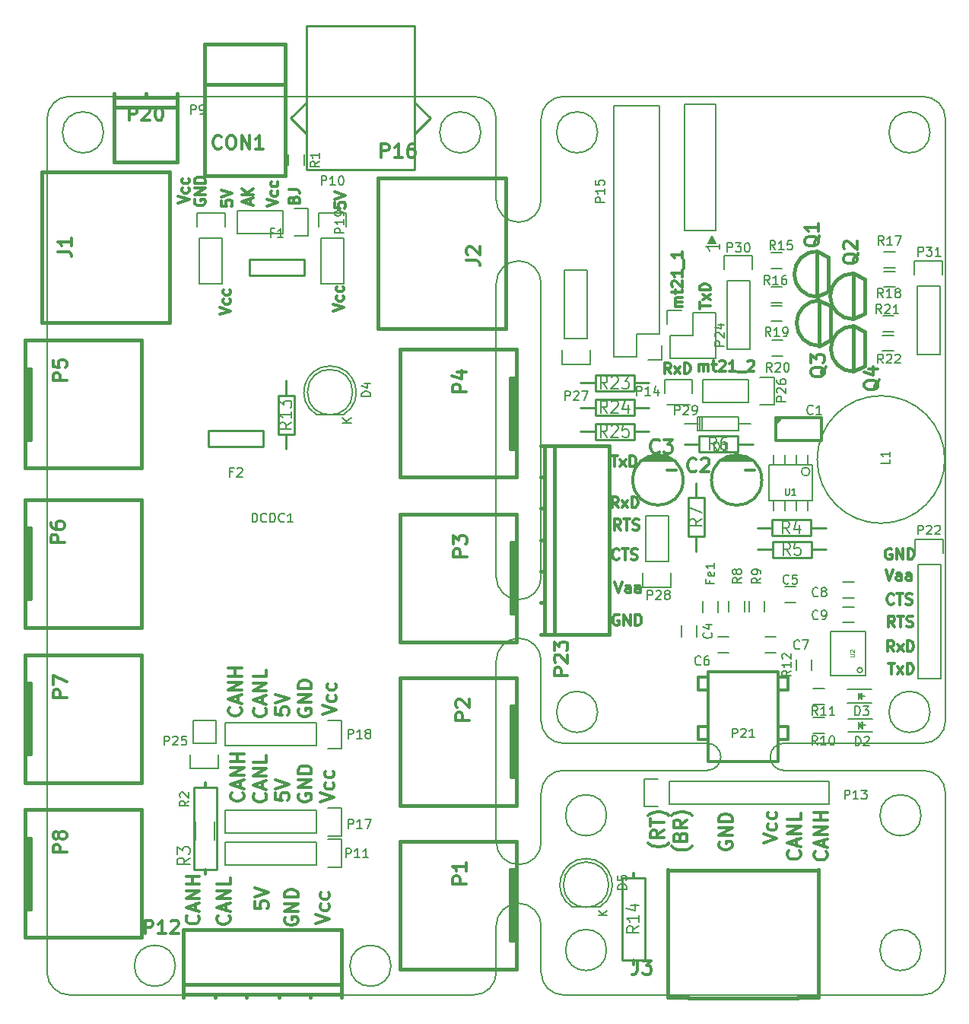
<source format=gto>
G04 #@! TF.FileFunction,Legend,Top*
%FSLAX46Y46*%
G04 Gerber Fmt 4.6, Leading zero omitted, Abs format (unit mm)*
G04 Created by KiCad (PCBNEW 4.0.2+e4-6225~38~ubuntu14.04.1-stable) date Fri 24 Jun 2016 12:28:15 AM CEST*
%MOMM*%
G01*
G04 APERTURE LIST*
%ADD10C,0.100000*%
%ADD11C,0.300000*%
%ADD12C,0.150000*%
%ADD13C,0.381000*%
%ADD14C,0.127000*%
%ADD15C,0.304800*%
%ADD16C,0.200000*%
%ADD17C,0.198120*%
%ADD18C,0.254000*%
%ADD19C,0.248920*%
%ADD20C,0.149860*%
%ADD21C,0.203200*%
%ADD22C,0.195580*%
%ADD23C,0.099060*%
G04 APERTURE END LIST*
D10*
D11*
X136445715Y-79854357D02*
X136045715Y-79282929D01*
X135760000Y-79854357D02*
X135760000Y-78654357D01*
X136217143Y-78654357D01*
X136331429Y-78711500D01*
X136388572Y-78768643D01*
X136445715Y-78882929D01*
X136445715Y-79054357D01*
X136388572Y-79168643D01*
X136331429Y-79225786D01*
X136217143Y-79282929D01*
X135760000Y-79282929D01*
X136845715Y-79854357D02*
X137474286Y-79054357D01*
X136845715Y-79054357D02*
X137474286Y-79854357D01*
X137931429Y-79854357D02*
X137931429Y-78654357D01*
X138217144Y-78654357D01*
X138388572Y-78711500D01*
X138502858Y-78825786D01*
X138560001Y-78940071D01*
X138617144Y-79168643D01*
X138617144Y-79340071D01*
X138560001Y-79568643D01*
X138502858Y-79682929D01*
X138388572Y-79797214D01*
X138217144Y-79854357D01*
X137931429Y-79854357D01*
X139614357Y-72612071D02*
X139614357Y-71926357D01*
X140814357Y-72269214D02*
X139614357Y-72269214D01*
X140814357Y-71640642D02*
X140014357Y-71012071D01*
X140014357Y-71640642D02*
X140814357Y-71012071D01*
X140814357Y-70554928D02*
X139614357Y-70554928D01*
X139614357Y-70269213D01*
X139671500Y-70097785D01*
X139785786Y-69983499D01*
X139900071Y-69926356D01*
X140128643Y-69869213D01*
X140300071Y-69869213D01*
X140528643Y-69926356D01*
X140642929Y-69983499D01*
X140757214Y-70097785D01*
X140814357Y-70269213D01*
X140814357Y-70554928D01*
X139592429Y-79600357D02*
X139592429Y-78800357D01*
X139592429Y-78914643D02*
X139649572Y-78857500D01*
X139763858Y-78800357D01*
X139935286Y-78800357D01*
X140049572Y-78857500D01*
X140106715Y-78971786D01*
X140106715Y-79600357D01*
X140106715Y-78971786D02*
X140163858Y-78857500D01*
X140278144Y-78800357D01*
X140449572Y-78800357D01*
X140563858Y-78857500D01*
X140621001Y-78971786D01*
X140621001Y-79600357D01*
X141021001Y-78800357D02*
X141478144Y-78800357D01*
X141192429Y-78400357D02*
X141192429Y-79428929D01*
X141249572Y-79543214D01*
X141363858Y-79600357D01*
X141478144Y-79600357D01*
X141821000Y-78514643D02*
X141878143Y-78457500D01*
X141992429Y-78400357D01*
X142278143Y-78400357D01*
X142392429Y-78457500D01*
X142449572Y-78514643D01*
X142506715Y-78628929D01*
X142506715Y-78743214D01*
X142449572Y-78914643D01*
X141763858Y-79600357D01*
X142506715Y-79600357D01*
X143649572Y-79600357D02*
X142963857Y-79600357D01*
X143306715Y-79600357D02*
X143306715Y-78400357D01*
X143192429Y-78571786D01*
X143078143Y-78686071D01*
X142963857Y-78743214D01*
X143878143Y-79714643D02*
X144792429Y-79714643D01*
X145021000Y-78514643D02*
X145078143Y-78457500D01*
X145192429Y-78400357D01*
X145478143Y-78400357D01*
X145592429Y-78457500D01*
X145649572Y-78514643D01*
X145706715Y-78628929D01*
X145706715Y-78743214D01*
X145649572Y-78914643D01*
X144963858Y-79600357D01*
X145706715Y-79600357D01*
X137728257Y-72421371D02*
X136928257Y-72421371D01*
X137042543Y-72421371D02*
X136985400Y-72364228D01*
X136928257Y-72249942D01*
X136928257Y-72078514D01*
X136985400Y-71964228D01*
X137099686Y-71907085D01*
X137728257Y-71907085D01*
X137099686Y-71907085D02*
X136985400Y-71849942D01*
X136928257Y-71735656D01*
X136928257Y-71564228D01*
X136985400Y-71449942D01*
X137099686Y-71392799D01*
X137728257Y-71392799D01*
X136928257Y-70992799D02*
X136928257Y-70535656D01*
X136528257Y-70821371D02*
X137556829Y-70821371D01*
X137671114Y-70764228D01*
X137728257Y-70649942D01*
X137728257Y-70535656D01*
X136642543Y-70192800D02*
X136585400Y-70135657D01*
X136528257Y-70021371D01*
X136528257Y-69735657D01*
X136585400Y-69621371D01*
X136642543Y-69564228D01*
X136756829Y-69507085D01*
X136871114Y-69507085D01*
X137042543Y-69564228D01*
X137728257Y-70249942D01*
X137728257Y-69507085D01*
X137728257Y-68364228D02*
X137728257Y-69049943D01*
X137728257Y-68707085D02*
X136528257Y-68707085D01*
X136699686Y-68821371D01*
X136813971Y-68935657D01*
X136871114Y-69049943D01*
X137842543Y-68135657D02*
X137842543Y-67221371D01*
X137728257Y-66307085D02*
X137728257Y-66992800D01*
X137728257Y-66649942D02*
X136528257Y-66649942D01*
X136699686Y-66764228D01*
X136813971Y-66878514D01*
X136871114Y-66992800D01*
X130657715Y-106715000D02*
X130543429Y-106657857D01*
X130372000Y-106657857D01*
X130200572Y-106715000D01*
X130086286Y-106829286D01*
X130029143Y-106943571D01*
X129972000Y-107172143D01*
X129972000Y-107343571D01*
X130029143Y-107572143D01*
X130086286Y-107686429D01*
X130200572Y-107800714D01*
X130372000Y-107857857D01*
X130486286Y-107857857D01*
X130657715Y-107800714D01*
X130714858Y-107743571D01*
X130714858Y-107343571D01*
X130486286Y-107343571D01*
X131229143Y-107857857D02*
X131229143Y-106657857D01*
X131914858Y-107857857D01*
X131914858Y-106657857D01*
X132486286Y-107857857D02*
X132486286Y-106657857D01*
X132772001Y-106657857D01*
X132943429Y-106715000D01*
X133057715Y-106829286D01*
X133114858Y-106943571D01*
X133172001Y-107172143D01*
X133172001Y-107343571D01*
X133114858Y-107572143D01*
X133057715Y-107686429D01*
X132943429Y-107800714D01*
X132772001Y-107857857D01*
X132486286Y-107857857D01*
X130213287Y-103038357D02*
X130613287Y-104238357D01*
X131013287Y-103038357D01*
X131927572Y-104238357D02*
X131927572Y-103609786D01*
X131870429Y-103495500D01*
X131756143Y-103438357D01*
X131527572Y-103438357D01*
X131413286Y-103495500D01*
X131927572Y-104181214D02*
X131813286Y-104238357D01*
X131527572Y-104238357D01*
X131413286Y-104181214D01*
X131356143Y-104066929D01*
X131356143Y-103952643D01*
X131413286Y-103838357D01*
X131527572Y-103781214D01*
X131813286Y-103781214D01*
X131927572Y-103724071D01*
X133013286Y-104238357D02*
X133013286Y-103609786D01*
X132956143Y-103495500D01*
X132841857Y-103438357D01*
X132613286Y-103438357D01*
X132499000Y-103495500D01*
X133013286Y-104181214D02*
X132899000Y-104238357D01*
X132613286Y-104238357D01*
X132499000Y-104181214D01*
X132441857Y-104066929D01*
X132441857Y-103952643D01*
X132499000Y-103838357D01*
X132613286Y-103781214D01*
X132899000Y-103781214D01*
X133013286Y-103724071D01*
X130660858Y-100441071D02*
X130603715Y-100498214D01*
X130432286Y-100555357D01*
X130318000Y-100555357D01*
X130146572Y-100498214D01*
X130032286Y-100383929D01*
X129975143Y-100269643D01*
X129918000Y-100041071D01*
X129918000Y-99869643D01*
X129975143Y-99641071D01*
X130032286Y-99526786D01*
X130146572Y-99412500D01*
X130318000Y-99355357D01*
X130432286Y-99355357D01*
X130603715Y-99412500D01*
X130660858Y-99469643D01*
X131003715Y-99355357D02*
X131689429Y-99355357D01*
X131346572Y-100555357D02*
X131346572Y-99355357D01*
X132032286Y-100498214D02*
X132203715Y-100555357D01*
X132489429Y-100555357D01*
X132603715Y-100498214D01*
X132660858Y-100441071D01*
X132718001Y-100326786D01*
X132718001Y-100212500D01*
X132660858Y-100098214D01*
X132603715Y-100041071D01*
X132489429Y-99983929D01*
X132260858Y-99926786D01*
X132146572Y-99869643D01*
X132089429Y-99812500D01*
X132032286Y-99698214D01*
X132032286Y-99583929D01*
X132089429Y-99469643D01*
X132146572Y-99412500D01*
X132260858Y-99355357D01*
X132546572Y-99355357D01*
X132718001Y-99412500D01*
X130851358Y-97253357D02*
X130451358Y-96681929D01*
X130165643Y-97253357D02*
X130165643Y-96053357D01*
X130622786Y-96053357D01*
X130737072Y-96110500D01*
X130794215Y-96167643D01*
X130851358Y-96281929D01*
X130851358Y-96453357D01*
X130794215Y-96567643D01*
X130737072Y-96624786D01*
X130622786Y-96681929D01*
X130165643Y-96681929D01*
X131194215Y-96053357D02*
X131879929Y-96053357D01*
X131537072Y-97253357D02*
X131537072Y-96053357D01*
X132222786Y-97196214D02*
X132394215Y-97253357D01*
X132679929Y-97253357D01*
X132794215Y-97196214D01*
X132851358Y-97139071D01*
X132908501Y-97024786D01*
X132908501Y-96910500D01*
X132851358Y-96796214D01*
X132794215Y-96739071D01*
X132679929Y-96681929D01*
X132451358Y-96624786D01*
X132337072Y-96567643D01*
X132279929Y-96510500D01*
X132222786Y-96396214D01*
X132222786Y-96281929D01*
X132279929Y-96167643D01*
X132337072Y-96110500D01*
X132451358Y-96053357D01*
X132737072Y-96053357D01*
X132908501Y-96110500D01*
X130603715Y-94776857D02*
X130203715Y-94205429D01*
X129918000Y-94776857D02*
X129918000Y-93576857D01*
X130375143Y-93576857D01*
X130489429Y-93634000D01*
X130546572Y-93691143D01*
X130603715Y-93805429D01*
X130603715Y-93976857D01*
X130546572Y-94091143D01*
X130489429Y-94148286D01*
X130375143Y-94205429D01*
X129918000Y-94205429D01*
X131003715Y-94776857D02*
X131632286Y-93976857D01*
X131003715Y-93976857D02*
X131632286Y-94776857D01*
X132089429Y-94776857D02*
X132089429Y-93576857D01*
X132375144Y-93576857D01*
X132546572Y-93634000D01*
X132660858Y-93748286D01*
X132718001Y-93862571D01*
X132775144Y-94091143D01*
X132775144Y-94262571D01*
X132718001Y-94491143D01*
X132660858Y-94605429D01*
X132546572Y-94719714D01*
X132375144Y-94776857D01*
X132089429Y-94776857D01*
X129825929Y-89004857D02*
X130511643Y-89004857D01*
X130168786Y-90204857D02*
X130168786Y-89004857D01*
X130797358Y-90204857D02*
X131425929Y-89404857D01*
X130797358Y-89404857D02*
X131425929Y-90204857D01*
X131883072Y-90204857D02*
X131883072Y-89004857D01*
X132168787Y-89004857D01*
X132340215Y-89062000D01*
X132454501Y-89176286D01*
X132511644Y-89290571D01*
X132568787Y-89519143D01*
X132568787Y-89690571D01*
X132511644Y-89919143D01*
X132454501Y-90033429D01*
X132340215Y-90147714D01*
X132168787Y-90204857D01*
X131883072Y-90204857D01*
X160363087Y-101654057D02*
X160763087Y-102854057D01*
X161163087Y-101654057D01*
X162077372Y-102854057D02*
X162077372Y-102225486D01*
X162020229Y-102111200D01*
X161905943Y-102054057D01*
X161677372Y-102054057D01*
X161563086Y-102111200D01*
X162077372Y-102796914D02*
X161963086Y-102854057D01*
X161677372Y-102854057D01*
X161563086Y-102796914D01*
X161505943Y-102682629D01*
X161505943Y-102568343D01*
X161563086Y-102454057D01*
X161677372Y-102396914D01*
X161963086Y-102396914D01*
X162077372Y-102339771D01*
X163163086Y-102854057D02*
X163163086Y-102225486D01*
X163105943Y-102111200D01*
X162991657Y-102054057D01*
X162763086Y-102054057D01*
X162648800Y-102111200D01*
X163163086Y-102796914D02*
X163048800Y-102854057D01*
X162763086Y-102854057D01*
X162648800Y-102796914D01*
X162591657Y-102682629D01*
X162591657Y-102568343D01*
X162648800Y-102454057D01*
X162763086Y-102396914D01*
X163048800Y-102396914D01*
X163163086Y-102339771D01*
X160985315Y-99374400D02*
X160871029Y-99317257D01*
X160699600Y-99317257D01*
X160528172Y-99374400D01*
X160413886Y-99488686D01*
X160356743Y-99602971D01*
X160299600Y-99831543D01*
X160299600Y-100002971D01*
X160356743Y-100231543D01*
X160413886Y-100345829D01*
X160528172Y-100460114D01*
X160699600Y-100517257D01*
X160813886Y-100517257D01*
X160985315Y-100460114D01*
X161042458Y-100402971D01*
X161042458Y-100002971D01*
X160813886Y-100002971D01*
X161556743Y-100517257D02*
X161556743Y-99317257D01*
X162242458Y-100517257D01*
X162242458Y-99317257D01*
X162813886Y-100517257D02*
X162813886Y-99317257D01*
X163099601Y-99317257D01*
X163271029Y-99374400D01*
X163385315Y-99488686D01*
X163442458Y-99602971D01*
X163499601Y-99831543D01*
X163499601Y-100002971D01*
X163442458Y-100231543D01*
X163385315Y-100345829D01*
X163271029Y-100460114D01*
X163099601Y-100517257D01*
X162813886Y-100517257D01*
X161242458Y-105432171D02*
X161185315Y-105489314D01*
X161013886Y-105546457D01*
X160899600Y-105546457D01*
X160728172Y-105489314D01*
X160613886Y-105375029D01*
X160556743Y-105260743D01*
X160499600Y-105032171D01*
X160499600Y-104860743D01*
X160556743Y-104632171D01*
X160613886Y-104517886D01*
X160728172Y-104403600D01*
X160899600Y-104346457D01*
X161013886Y-104346457D01*
X161185315Y-104403600D01*
X161242458Y-104460743D01*
X161585315Y-104346457D02*
X162271029Y-104346457D01*
X161928172Y-105546457D02*
X161928172Y-104346457D01*
X162613886Y-105489314D02*
X162785315Y-105546457D01*
X163071029Y-105546457D01*
X163185315Y-105489314D01*
X163242458Y-105432171D01*
X163299601Y-105317886D01*
X163299601Y-105203600D01*
X163242458Y-105089314D01*
X163185315Y-105032171D01*
X163071029Y-104975029D01*
X162842458Y-104917886D01*
X162728172Y-104860743D01*
X162671029Y-104803600D01*
X162613886Y-104689314D01*
X162613886Y-104575029D01*
X162671029Y-104460743D01*
X162728172Y-104403600D01*
X162842458Y-104346457D01*
X163128172Y-104346457D01*
X163299601Y-104403600D01*
X161344058Y-108035657D02*
X160944058Y-107464229D01*
X160658343Y-108035657D02*
X160658343Y-106835657D01*
X161115486Y-106835657D01*
X161229772Y-106892800D01*
X161286915Y-106949943D01*
X161344058Y-107064229D01*
X161344058Y-107235657D01*
X161286915Y-107349943D01*
X161229772Y-107407086D01*
X161115486Y-107464229D01*
X160658343Y-107464229D01*
X161686915Y-106835657D02*
X162372629Y-106835657D01*
X162029772Y-108035657D02*
X162029772Y-106835657D01*
X162715486Y-107978514D02*
X162886915Y-108035657D01*
X163172629Y-108035657D01*
X163286915Y-107978514D01*
X163344058Y-107921371D01*
X163401201Y-107807086D01*
X163401201Y-107692800D01*
X163344058Y-107578514D01*
X163286915Y-107521371D01*
X163172629Y-107464229D01*
X162944058Y-107407086D01*
X162829772Y-107349943D01*
X162772629Y-107292800D01*
X162715486Y-107178514D01*
X162715486Y-107064229D01*
X162772629Y-106949943D01*
X162829772Y-106892800D01*
X162944058Y-106835657D01*
X163229772Y-106835657D01*
X163401201Y-106892800D01*
X161286915Y-110778857D02*
X160886915Y-110207429D01*
X160601200Y-110778857D02*
X160601200Y-109578857D01*
X161058343Y-109578857D01*
X161172629Y-109636000D01*
X161229772Y-109693143D01*
X161286915Y-109807429D01*
X161286915Y-109978857D01*
X161229772Y-110093143D01*
X161172629Y-110150286D01*
X161058343Y-110207429D01*
X160601200Y-110207429D01*
X161686915Y-110778857D02*
X162315486Y-109978857D01*
X161686915Y-109978857D02*
X162315486Y-110778857D01*
X162772629Y-110778857D02*
X162772629Y-109578857D01*
X163058344Y-109578857D01*
X163229772Y-109636000D01*
X163344058Y-109750286D01*
X163401201Y-109864571D01*
X163458344Y-110093143D01*
X163458344Y-110264571D01*
X163401201Y-110493143D01*
X163344058Y-110607429D01*
X163229772Y-110721714D01*
X163058344Y-110778857D01*
X162772629Y-110778857D01*
X160674229Y-112068057D02*
X161359943Y-112068057D01*
X161017086Y-113268057D02*
X161017086Y-112068057D01*
X161645658Y-113268057D02*
X162274229Y-112468057D01*
X161645658Y-112468057D02*
X162274229Y-113268057D01*
X162731372Y-113268057D02*
X162731372Y-112068057D01*
X163017087Y-112068057D01*
X163188515Y-112125200D01*
X163302801Y-112239486D01*
X163359944Y-112353771D01*
X163417087Y-112582343D01*
X163417087Y-112753771D01*
X163359944Y-112982343D01*
X163302801Y-113096629D01*
X163188515Y-113210914D01*
X163017087Y-113268057D01*
X162731372Y-113268057D01*
D12*
X167000000Y-126500000D02*
X167000000Y-146500000D01*
X167000000Y-118500000D02*
X167000000Y-51500000D01*
X122000000Y-112500000D02*
X122000000Y-118500000D01*
X122000000Y-126500000D02*
X122000000Y-132000000D01*
D11*
X89582600Y-61007514D02*
X89582600Y-60436085D01*
X89925457Y-61121799D02*
X88725457Y-60721799D01*
X89925457Y-60321799D01*
X89925457Y-59921800D02*
X88725457Y-59921800D01*
X89925457Y-59236085D02*
X89239743Y-59750371D01*
X88725457Y-59236085D02*
X89411171Y-59921800D01*
X94478486Y-60493229D02*
X94535629Y-60321800D01*
X94592771Y-60264657D01*
X94707057Y-60207514D01*
X94878486Y-60207514D01*
X94992771Y-60264657D01*
X95049914Y-60321800D01*
X95107057Y-60436086D01*
X95107057Y-60893229D01*
X93907057Y-60893229D01*
X93907057Y-60493229D01*
X93964200Y-60378943D01*
X94021343Y-60321800D01*
X94135629Y-60264657D01*
X94249914Y-60264657D01*
X94364200Y-60321800D01*
X94421343Y-60378943D01*
X94478486Y-60493229D01*
X94478486Y-60893229D01*
X93907057Y-59350372D02*
X94764200Y-59350372D01*
X94935629Y-59407514D01*
X95049914Y-59521800D01*
X95107057Y-59693229D01*
X95107057Y-59807514D01*
X91494057Y-61220170D02*
X92694057Y-60820170D01*
X91494057Y-60420170D01*
X92636914Y-59505885D02*
X92694057Y-59620171D01*
X92694057Y-59848742D01*
X92636914Y-59963028D01*
X92579771Y-60020171D01*
X92465486Y-60077314D01*
X92122629Y-60077314D01*
X92008343Y-60020171D01*
X91951200Y-59963028D01*
X91894057Y-59848742D01*
X91894057Y-59620171D01*
X91951200Y-59505885D01*
X92636914Y-58477314D02*
X92694057Y-58591600D01*
X92694057Y-58820171D01*
X92636914Y-58934457D01*
X92579771Y-58991600D01*
X92465486Y-59048743D01*
X92122629Y-59048743D01*
X92008343Y-58991600D01*
X91951200Y-58934457D01*
X91894057Y-58820171D01*
X91894057Y-58591600D01*
X91951200Y-58477314D01*
X98809257Y-72904170D02*
X100009257Y-72504170D01*
X98809257Y-72104170D01*
X99952114Y-71189885D02*
X100009257Y-71304171D01*
X100009257Y-71532742D01*
X99952114Y-71647028D01*
X99894971Y-71704171D01*
X99780686Y-71761314D01*
X99437829Y-71761314D01*
X99323543Y-71704171D01*
X99266400Y-71647028D01*
X99209257Y-71532742D01*
X99209257Y-71304171D01*
X99266400Y-71189885D01*
X99952114Y-70161314D02*
X100009257Y-70275600D01*
X100009257Y-70504171D01*
X99952114Y-70618457D01*
X99894971Y-70675600D01*
X99780686Y-70732743D01*
X99437829Y-70732743D01*
X99323543Y-70675600D01*
X99266400Y-70618457D01*
X99209257Y-70504171D01*
X99209257Y-70275600D01*
X99266400Y-70161314D01*
X99012457Y-60832971D02*
X99012457Y-61404400D01*
X99583886Y-61461543D01*
X99526743Y-61404400D01*
X99469600Y-61290114D01*
X99469600Y-61004400D01*
X99526743Y-60890114D01*
X99583886Y-60832971D01*
X99698171Y-60775828D01*
X99983886Y-60775828D01*
X100098171Y-60832971D01*
X100155314Y-60890114D01*
X100212457Y-61004400D01*
X100212457Y-61290114D01*
X100155314Y-61404400D01*
X100098171Y-61461543D01*
X99012457Y-60432971D02*
X100212457Y-60032971D01*
X99012457Y-59632971D01*
X86210857Y-73259770D02*
X87410857Y-72859770D01*
X86210857Y-72459770D01*
X87353714Y-71545485D02*
X87410857Y-71659771D01*
X87410857Y-71888342D01*
X87353714Y-72002628D01*
X87296571Y-72059771D01*
X87182286Y-72116914D01*
X86839429Y-72116914D01*
X86725143Y-72059771D01*
X86668000Y-72002628D01*
X86610857Y-71888342D01*
X86610857Y-71659771D01*
X86668000Y-71545485D01*
X87353714Y-70516914D02*
X87410857Y-70631200D01*
X87410857Y-70859771D01*
X87353714Y-70974057D01*
X87296571Y-71031200D01*
X87182286Y-71088343D01*
X86839429Y-71088343D01*
X86725143Y-71031200D01*
X86668000Y-70974057D01*
X86610857Y-70859771D01*
X86610857Y-70631200D01*
X86668000Y-70516914D01*
X86414057Y-60604371D02*
X86414057Y-61175800D01*
X86985486Y-61232943D01*
X86928343Y-61175800D01*
X86871200Y-61061514D01*
X86871200Y-60775800D01*
X86928343Y-60661514D01*
X86985486Y-60604371D01*
X87099771Y-60547228D01*
X87385486Y-60547228D01*
X87499771Y-60604371D01*
X87556914Y-60661514D01*
X87614057Y-60775800D01*
X87614057Y-61061514D01*
X87556914Y-61175800D01*
X87499771Y-61232943D01*
X86414057Y-60204371D02*
X87614057Y-59804371D01*
X86414057Y-59404371D01*
X83474000Y-60477285D02*
X83416857Y-60591571D01*
X83416857Y-60763000D01*
X83474000Y-60934428D01*
X83588286Y-61048714D01*
X83702571Y-61105857D01*
X83931143Y-61163000D01*
X84102571Y-61163000D01*
X84331143Y-61105857D01*
X84445429Y-61048714D01*
X84559714Y-60934428D01*
X84616857Y-60763000D01*
X84616857Y-60648714D01*
X84559714Y-60477285D01*
X84502571Y-60420142D01*
X84102571Y-60420142D01*
X84102571Y-60648714D01*
X84616857Y-59905857D02*
X83416857Y-59905857D01*
X84616857Y-59220142D01*
X83416857Y-59220142D01*
X84616857Y-58648714D02*
X83416857Y-58648714D01*
X83416857Y-58362999D01*
X83474000Y-58191571D01*
X83588286Y-58077285D01*
X83702571Y-58020142D01*
X83931143Y-57962999D01*
X84102571Y-57962999D01*
X84331143Y-58020142D01*
X84445429Y-58077285D01*
X84559714Y-58191571D01*
X84616857Y-58362999D01*
X84616857Y-58648714D01*
X81613457Y-60889970D02*
X82813457Y-60489970D01*
X81613457Y-60089970D01*
X82756314Y-59175685D02*
X82813457Y-59289971D01*
X82813457Y-59518542D01*
X82756314Y-59632828D01*
X82699171Y-59689971D01*
X82584886Y-59747114D01*
X82242029Y-59747114D01*
X82127743Y-59689971D01*
X82070600Y-59632828D01*
X82013457Y-59518542D01*
X82013457Y-59289971D01*
X82070600Y-59175685D01*
X82756314Y-58147114D02*
X82813457Y-58261400D01*
X82813457Y-58489971D01*
X82756314Y-58604257D01*
X82699171Y-58661400D01*
X82584886Y-58718543D01*
X82242029Y-58718543D01*
X82127743Y-58661400D01*
X82070600Y-58604257D01*
X82013457Y-58489971D01*
X82013457Y-58261400D01*
X82070600Y-58147114D01*
D12*
X117000000Y-69800000D02*
X117000000Y-102500000D01*
X122000000Y-102500000D02*
X122000000Y-69800000D01*
X117000000Y-112500000D02*
X117000000Y-111800000D01*
X122000000Y-112500000D02*
X122000000Y-111800000D01*
X117000000Y-146500000D02*
X117000000Y-141300000D01*
X122000000Y-141300000D02*
X122000000Y-146500000D01*
D11*
X138820000Y-132454286D02*
X138748571Y-132525714D01*
X138534286Y-132668571D01*
X138391429Y-132740000D01*
X138177143Y-132811429D01*
X137820000Y-132882857D01*
X137534286Y-132882857D01*
X137177143Y-132811429D01*
X136962857Y-132740000D01*
X136820000Y-132668571D01*
X136605714Y-132525714D01*
X136534286Y-132454286D01*
X137462857Y-131382857D02*
X137534286Y-131168571D01*
X137605714Y-131097143D01*
X137748571Y-131025714D01*
X137962857Y-131025714D01*
X138105714Y-131097143D01*
X138177143Y-131168571D01*
X138248571Y-131311429D01*
X138248571Y-131882857D01*
X136748571Y-131882857D01*
X136748571Y-131382857D01*
X136820000Y-131240000D01*
X136891429Y-131168571D01*
X137034286Y-131097143D01*
X137177143Y-131097143D01*
X137320000Y-131168571D01*
X137391429Y-131240000D01*
X137462857Y-131382857D01*
X137462857Y-131882857D01*
X138248571Y-129525714D02*
X137534286Y-130025714D01*
X138248571Y-130382857D02*
X136748571Y-130382857D01*
X136748571Y-129811429D01*
X136820000Y-129668571D01*
X136891429Y-129597143D01*
X137034286Y-129525714D01*
X137248571Y-129525714D01*
X137391429Y-129597143D01*
X137462857Y-129668571D01*
X137534286Y-129811429D01*
X137534286Y-130382857D01*
X138820000Y-129025714D02*
X138748571Y-128954286D01*
X138534286Y-128811429D01*
X138391429Y-128740000D01*
X138177143Y-128668571D01*
X137820000Y-128597143D01*
X137534286Y-128597143D01*
X137177143Y-128668571D01*
X136962857Y-128740000D01*
X136820000Y-128811429D01*
X136605714Y-128954286D01*
X136534286Y-129025714D01*
X136220000Y-132095714D02*
X136148571Y-132167142D01*
X135934286Y-132309999D01*
X135791429Y-132381428D01*
X135577143Y-132452857D01*
X135220000Y-132524285D01*
X134934286Y-132524285D01*
X134577143Y-132452857D01*
X134362857Y-132381428D01*
X134220000Y-132309999D01*
X134005714Y-132167142D01*
X133934286Y-132095714D01*
X135648571Y-130667142D02*
X134934286Y-131167142D01*
X135648571Y-131524285D02*
X134148571Y-131524285D01*
X134148571Y-130952857D01*
X134220000Y-130809999D01*
X134291429Y-130738571D01*
X134434286Y-130667142D01*
X134648571Y-130667142D01*
X134791429Y-130738571D01*
X134862857Y-130809999D01*
X134934286Y-130952857D01*
X134934286Y-131524285D01*
X134148571Y-130238571D02*
X134148571Y-129381428D01*
X135648571Y-129809999D02*
X134148571Y-129809999D01*
X136220000Y-129024285D02*
X136148571Y-128952857D01*
X135934286Y-128810000D01*
X135791429Y-128738571D01*
X135577143Y-128667142D01*
X135220000Y-128595714D01*
X134934286Y-128595714D01*
X134577143Y-128667142D01*
X134362857Y-128738571D01*
X134220000Y-128810000D01*
X134005714Y-128952857D01*
X133934286Y-129024285D01*
X146728571Y-132095714D02*
X148228571Y-131595714D01*
X146728571Y-131095714D01*
X148157143Y-129952857D02*
X148228571Y-130095714D01*
X148228571Y-130381428D01*
X148157143Y-130524286D01*
X148085714Y-130595714D01*
X147942857Y-130667143D01*
X147514286Y-130667143D01*
X147371429Y-130595714D01*
X147300000Y-130524286D01*
X147228571Y-130381428D01*
X147228571Y-130095714D01*
X147300000Y-129952857D01*
X148157143Y-128667143D02*
X148228571Y-128810000D01*
X148228571Y-129095714D01*
X148157143Y-129238572D01*
X148085714Y-129310000D01*
X147942857Y-129381429D01*
X147514286Y-129381429D01*
X147371429Y-129310000D01*
X147300000Y-129238572D01*
X147228571Y-129095714D01*
X147228571Y-128810000D01*
X147300000Y-128667143D01*
X141860000Y-131982857D02*
X141788571Y-132125714D01*
X141788571Y-132340000D01*
X141860000Y-132554285D01*
X142002857Y-132697143D01*
X142145714Y-132768571D01*
X142431429Y-132840000D01*
X142645714Y-132840000D01*
X142931429Y-132768571D01*
X143074286Y-132697143D01*
X143217143Y-132554285D01*
X143288571Y-132340000D01*
X143288571Y-132197143D01*
X143217143Y-131982857D01*
X143145714Y-131911428D01*
X142645714Y-131911428D01*
X142645714Y-132197143D01*
X143288571Y-131268571D02*
X141788571Y-131268571D01*
X143288571Y-130411428D01*
X141788571Y-130411428D01*
X143288571Y-129697142D02*
X141788571Y-129697142D01*
X141788571Y-129339999D01*
X141860000Y-129125714D01*
X142002857Y-128982856D01*
X142145714Y-128911428D01*
X142431429Y-128839999D01*
X142645714Y-128839999D01*
X142931429Y-128911428D01*
X143074286Y-128982856D01*
X143217143Y-129125714D01*
X143288571Y-129339999D01*
X143288571Y-129697142D01*
X150735714Y-132971428D02*
X150807143Y-133042857D01*
X150878571Y-133257143D01*
X150878571Y-133400000D01*
X150807143Y-133614285D01*
X150664286Y-133757143D01*
X150521429Y-133828571D01*
X150235714Y-133900000D01*
X150021429Y-133900000D01*
X149735714Y-133828571D01*
X149592857Y-133757143D01*
X149450000Y-133614285D01*
X149378571Y-133400000D01*
X149378571Y-133257143D01*
X149450000Y-133042857D01*
X149521429Y-132971428D01*
X150450000Y-132400000D02*
X150450000Y-131685714D01*
X150878571Y-132542857D02*
X149378571Y-132042857D01*
X150878571Y-131542857D01*
X150878571Y-131042857D02*
X149378571Y-131042857D01*
X150878571Y-130185714D01*
X149378571Y-130185714D01*
X150878571Y-128757142D02*
X150878571Y-129471428D01*
X149378571Y-129471428D01*
X153735714Y-133050000D02*
X153807143Y-133121429D01*
X153878571Y-133335715D01*
X153878571Y-133478572D01*
X153807143Y-133692857D01*
X153664286Y-133835715D01*
X153521429Y-133907143D01*
X153235714Y-133978572D01*
X153021429Y-133978572D01*
X152735714Y-133907143D01*
X152592857Y-133835715D01*
X152450000Y-133692857D01*
X152378571Y-133478572D01*
X152378571Y-133335715D01*
X152450000Y-133121429D01*
X152521429Y-133050000D01*
X153450000Y-132478572D02*
X153450000Y-131764286D01*
X153878571Y-132621429D02*
X152378571Y-132121429D01*
X153878571Y-131621429D01*
X153878571Y-131121429D02*
X152378571Y-131121429D01*
X153878571Y-130264286D01*
X152378571Y-130264286D01*
X153878571Y-129550000D02*
X152378571Y-129550000D01*
X153092857Y-129550000D02*
X153092857Y-128692857D01*
X153878571Y-128692857D02*
X152378571Y-128692857D01*
X96928571Y-141035714D02*
X98428571Y-140535714D01*
X96928571Y-140035714D01*
X98357143Y-138892857D02*
X98428571Y-139035714D01*
X98428571Y-139321428D01*
X98357143Y-139464286D01*
X98285714Y-139535714D01*
X98142857Y-139607143D01*
X97714286Y-139607143D01*
X97571429Y-139535714D01*
X97500000Y-139464286D01*
X97428571Y-139321428D01*
X97428571Y-139035714D01*
X97500000Y-138892857D01*
X98357143Y-137607143D02*
X98428571Y-137750000D01*
X98428571Y-138035714D01*
X98357143Y-138178572D01*
X98285714Y-138250000D01*
X98142857Y-138321429D01*
X97714286Y-138321429D01*
X97571429Y-138250000D01*
X97500000Y-138178572D01*
X97428571Y-138035714D01*
X97428571Y-137750000D01*
X97500000Y-137607143D01*
X93500000Y-140392857D02*
X93428571Y-140535714D01*
X93428571Y-140750000D01*
X93500000Y-140964285D01*
X93642857Y-141107143D01*
X93785714Y-141178571D01*
X94071429Y-141250000D01*
X94285714Y-141250000D01*
X94571429Y-141178571D01*
X94714286Y-141107143D01*
X94857143Y-140964285D01*
X94928571Y-140750000D01*
X94928571Y-140607143D01*
X94857143Y-140392857D01*
X94785714Y-140321428D01*
X94285714Y-140321428D01*
X94285714Y-140607143D01*
X94928571Y-139678571D02*
X93428571Y-139678571D01*
X94928571Y-138821428D01*
X93428571Y-138821428D01*
X94928571Y-138107142D02*
X93428571Y-138107142D01*
X93428571Y-137749999D01*
X93500000Y-137535714D01*
X93642857Y-137392856D01*
X93785714Y-137321428D01*
X94071429Y-137249999D01*
X94285714Y-137249999D01*
X94571429Y-137321428D01*
X94714286Y-137392856D01*
X94857143Y-137535714D01*
X94928571Y-137749999D01*
X94928571Y-138107142D01*
X90128571Y-138615713D02*
X90128571Y-139329999D01*
X90842857Y-139401428D01*
X90771429Y-139329999D01*
X90700000Y-139187142D01*
X90700000Y-138829999D01*
X90771429Y-138687142D01*
X90842857Y-138615713D01*
X90985714Y-138544285D01*
X91342857Y-138544285D01*
X91485714Y-138615713D01*
X91557143Y-138687142D01*
X91628571Y-138829999D01*
X91628571Y-139187142D01*
X91557143Y-139329999D01*
X91485714Y-139401428D01*
X90128571Y-138115714D02*
X91628571Y-137615714D01*
X90128571Y-137115714D01*
X87235714Y-140171428D02*
X87307143Y-140242857D01*
X87378571Y-140457143D01*
X87378571Y-140600000D01*
X87307143Y-140814285D01*
X87164286Y-140957143D01*
X87021429Y-141028571D01*
X86735714Y-141100000D01*
X86521429Y-141100000D01*
X86235714Y-141028571D01*
X86092857Y-140957143D01*
X85950000Y-140814285D01*
X85878571Y-140600000D01*
X85878571Y-140457143D01*
X85950000Y-140242857D01*
X86021429Y-140171428D01*
X86950000Y-139600000D02*
X86950000Y-138885714D01*
X87378571Y-139742857D02*
X85878571Y-139242857D01*
X87378571Y-138742857D01*
X87378571Y-138242857D02*
X85878571Y-138242857D01*
X87378571Y-137385714D01*
X85878571Y-137385714D01*
X87378571Y-135957142D02*
X87378571Y-136671428D01*
X85878571Y-136671428D01*
X83825714Y-140170000D02*
X83897143Y-140241429D01*
X83968571Y-140455715D01*
X83968571Y-140598572D01*
X83897143Y-140812857D01*
X83754286Y-140955715D01*
X83611429Y-141027143D01*
X83325714Y-141098572D01*
X83111429Y-141098572D01*
X82825714Y-141027143D01*
X82682857Y-140955715D01*
X82540000Y-140812857D01*
X82468571Y-140598572D01*
X82468571Y-140455715D01*
X82540000Y-140241429D01*
X82611429Y-140170000D01*
X83540000Y-139598572D02*
X83540000Y-138884286D01*
X83968571Y-139741429D02*
X82468571Y-139241429D01*
X83968571Y-138741429D01*
X83968571Y-138241429D02*
X82468571Y-138241429D01*
X83968571Y-137384286D01*
X82468571Y-137384286D01*
X83968571Y-136670000D02*
X82468571Y-136670000D01*
X83182857Y-136670000D02*
X83182857Y-135812857D01*
X83968571Y-135812857D02*
X82468571Y-135812857D01*
X97678571Y-117785714D02*
X99178571Y-117285714D01*
X97678571Y-116785714D01*
X99107143Y-115642857D02*
X99178571Y-115785714D01*
X99178571Y-116071428D01*
X99107143Y-116214286D01*
X99035714Y-116285714D01*
X98892857Y-116357143D01*
X98464286Y-116357143D01*
X98321429Y-116285714D01*
X98250000Y-116214286D01*
X98178571Y-116071428D01*
X98178571Y-115785714D01*
X98250000Y-115642857D01*
X99107143Y-114357143D02*
X99178571Y-114500000D01*
X99178571Y-114785714D01*
X99107143Y-114928572D01*
X99035714Y-115000000D01*
X98892857Y-115071429D01*
X98464286Y-115071429D01*
X98321429Y-115000000D01*
X98250000Y-114928572D01*
X98178571Y-114785714D01*
X98178571Y-114500000D01*
X98250000Y-114357143D01*
X95000000Y-117142857D02*
X94928571Y-117285714D01*
X94928571Y-117500000D01*
X95000000Y-117714285D01*
X95142857Y-117857143D01*
X95285714Y-117928571D01*
X95571429Y-118000000D01*
X95785714Y-118000000D01*
X96071429Y-117928571D01*
X96214286Y-117857143D01*
X96357143Y-117714285D01*
X96428571Y-117500000D01*
X96428571Y-117357143D01*
X96357143Y-117142857D01*
X96285714Y-117071428D01*
X95785714Y-117071428D01*
X95785714Y-117357143D01*
X96428571Y-116428571D02*
X94928571Y-116428571D01*
X96428571Y-115571428D01*
X94928571Y-115571428D01*
X96428571Y-114857142D02*
X94928571Y-114857142D01*
X94928571Y-114499999D01*
X95000000Y-114285714D01*
X95142857Y-114142856D01*
X95285714Y-114071428D01*
X95571429Y-113999999D01*
X95785714Y-113999999D01*
X96071429Y-114071428D01*
X96214286Y-114142856D01*
X96357143Y-114285714D01*
X96428571Y-114499999D01*
X96428571Y-114857142D01*
X92428571Y-117035713D02*
X92428571Y-117749999D01*
X93142857Y-117821428D01*
X93071429Y-117749999D01*
X93000000Y-117607142D01*
X93000000Y-117249999D01*
X93071429Y-117107142D01*
X93142857Y-117035713D01*
X93285714Y-116964285D01*
X93642857Y-116964285D01*
X93785714Y-117035713D01*
X93857143Y-117107142D01*
X93928571Y-117249999D01*
X93928571Y-117607142D01*
X93857143Y-117749999D01*
X93785714Y-117821428D01*
X92428571Y-116535714D02*
X93928571Y-116035714D01*
X92428571Y-115535714D01*
X91285714Y-117071428D02*
X91357143Y-117142857D01*
X91428571Y-117357143D01*
X91428571Y-117500000D01*
X91357143Y-117714285D01*
X91214286Y-117857143D01*
X91071429Y-117928571D01*
X90785714Y-118000000D01*
X90571429Y-118000000D01*
X90285714Y-117928571D01*
X90142857Y-117857143D01*
X90000000Y-117714285D01*
X89928571Y-117500000D01*
X89928571Y-117357143D01*
X90000000Y-117142857D01*
X90071429Y-117071428D01*
X91000000Y-116500000D02*
X91000000Y-115785714D01*
X91428571Y-116642857D02*
X89928571Y-116142857D01*
X91428571Y-115642857D01*
X91428571Y-115142857D02*
X89928571Y-115142857D01*
X91428571Y-114285714D01*
X89928571Y-114285714D01*
X91428571Y-112857142D02*
X91428571Y-113571428D01*
X89928571Y-113571428D01*
X88535714Y-117000000D02*
X88607143Y-117071429D01*
X88678571Y-117285715D01*
X88678571Y-117428572D01*
X88607143Y-117642857D01*
X88464286Y-117785715D01*
X88321429Y-117857143D01*
X88035714Y-117928572D01*
X87821429Y-117928572D01*
X87535714Y-117857143D01*
X87392857Y-117785715D01*
X87250000Y-117642857D01*
X87178571Y-117428572D01*
X87178571Y-117285715D01*
X87250000Y-117071429D01*
X87321429Y-117000000D01*
X88250000Y-116428572D02*
X88250000Y-115714286D01*
X88678571Y-116571429D02*
X87178571Y-116071429D01*
X88678571Y-115571429D01*
X88678571Y-115071429D02*
X87178571Y-115071429D01*
X88678571Y-114214286D01*
X87178571Y-114214286D01*
X88678571Y-113500000D02*
X87178571Y-113500000D01*
X87892857Y-113500000D02*
X87892857Y-112642857D01*
X88678571Y-112642857D02*
X87178571Y-112642857D01*
X97428571Y-127535714D02*
X98928571Y-127035714D01*
X97428571Y-126535714D01*
X98857143Y-125392857D02*
X98928571Y-125535714D01*
X98928571Y-125821428D01*
X98857143Y-125964286D01*
X98785714Y-126035714D01*
X98642857Y-126107143D01*
X98214286Y-126107143D01*
X98071429Y-126035714D01*
X98000000Y-125964286D01*
X97928571Y-125821428D01*
X97928571Y-125535714D01*
X98000000Y-125392857D01*
X98857143Y-124107143D02*
X98928571Y-124250000D01*
X98928571Y-124535714D01*
X98857143Y-124678572D01*
X98785714Y-124750000D01*
X98642857Y-124821429D01*
X98214286Y-124821429D01*
X98071429Y-124750000D01*
X98000000Y-124678572D01*
X97928571Y-124535714D01*
X97928571Y-124250000D01*
X98000000Y-124107143D01*
X92428571Y-126535713D02*
X92428571Y-127249999D01*
X93142857Y-127321428D01*
X93071429Y-127249999D01*
X93000000Y-127107142D01*
X93000000Y-126749999D01*
X93071429Y-126607142D01*
X93142857Y-126535713D01*
X93285714Y-126464285D01*
X93642857Y-126464285D01*
X93785714Y-126535713D01*
X93857143Y-126607142D01*
X93928571Y-126749999D01*
X93928571Y-127107142D01*
X93857143Y-127249999D01*
X93785714Y-127321428D01*
X92428571Y-126035714D02*
X93928571Y-125535714D01*
X92428571Y-125035714D01*
X95000000Y-126642857D02*
X94928571Y-126785714D01*
X94928571Y-127000000D01*
X95000000Y-127214285D01*
X95142857Y-127357143D01*
X95285714Y-127428571D01*
X95571429Y-127500000D01*
X95785714Y-127500000D01*
X96071429Y-127428571D01*
X96214286Y-127357143D01*
X96357143Y-127214285D01*
X96428571Y-127000000D01*
X96428571Y-126857143D01*
X96357143Y-126642857D01*
X96285714Y-126571428D01*
X95785714Y-126571428D01*
X95785714Y-126857143D01*
X96428571Y-125928571D02*
X94928571Y-125928571D01*
X96428571Y-125071428D01*
X94928571Y-125071428D01*
X96428571Y-124357142D02*
X94928571Y-124357142D01*
X94928571Y-123999999D01*
X95000000Y-123785714D01*
X95142857Y-123642856D01*
X95285714Y-123571428D01*
X95571429Y-123499999D01*
X95785714Y-123499999D01*
X96071429Y-123571428D01*
X96214286Y-123642856D01*
X96357143Y-123785714D01*
X96428571Y-123999999D01*
X96428571Y-124357142D01*
X88785714Y-126500000D02*
X88857143Y-126571429D01*
X88928571Y-126785715D01*
X88928571Y-126928572D01*
X88857143Y-127142857D01*
X88714286Y-127285715D01*
X88571429Y-127357143D01*
X88285714Y-127428572D01*
X88071429Y-127428572D01*
X87785714Y-127357143D01*
X87642857Y-127285715D01*
X87500000Y-127142857D01*
X87428571Y-126928572D01*
X87428571Y-126785715D01*
X87500000Y-126571429D01*
X87571429Y-126500000D01*
X88500000Y-125928572D02*
X88500000Y-125214286D01*
X88928571Y-126071429D02*
X87428571Y-125571429D01*
X88928571Y-125071429D01*
X88928571Y-124571429D02*
X87428571Y-124571429D01*
X88928571Y-123714286D01*
X87428571Y-123714286D01*
X88928571Y-123000000D02*
X87428571Y-123000000D01*
X88142857Y-123000000D02*
X88142857Y-122142857D01*
X88928571Y-122142857D02*
X87428571Y-122142857D01*
X91285714Y-126571428D02*
X91357143Y-126642857D01*
X91428571Y-126857143D01*
X91428571Y-127000000D01*
X91357143Y-127214285D01*
X91214286Y-127357143D01*
X91071429Y-127428571D01*
X90785714Y-127500000D01*
X90571429Y-127500000D01*
X90285714Y-127428571D01*
X90142857Y-127357143D01*
X90000000Y-127214285D01*
X89928571Y-127000000D01*
X89928571Y-126857143D01*
X90000000Y-126642857D01*
X90071429Y-126571428D01*
X91000000Y-126000000D02*
X91000000Y-125285714D01*
X91428571Y-126142857D02*
X89928571Y-125642857D01*
X91428571Y-125142857D01*
X91428571Y-124642857D02*
X89928571Y-124642857D01*
X91428571Y-123785714D01*
X89928571Y-123785714D01*
X91428571Y-122357142D02*
X91428571Y-123071428D01*
X89928571Y-123071428D01*
D12*
X117000000Y-129500000D02*
X117000000Y-132000000D01*
X117000000Y-112500000D02*
X117000000Y-129500000D01*
X117000000Y-102500000D02*
G75*
G03X119500000Y-105000000I2500000J0D01*
G01*
X119500000Y-105000000D02*
G75*
G03X122000000Y-102500000I0J2500000D01*
G01*
X119500000Y-109300000D02*
G75*
G03X117000000Y-111800000I0J-2500000D01*
G01*
X122000000Y-111800000D02*
G75*
G03X119500000Y-109300000I-2500000J0D01*
G01*
X149000000Y-124000000D02*
X164500000Y-124000000D01*
X167000000Y-126500000D02*
G75*
G03X164500000Y-124000000I-2500000J0D01*
G01*
X149000000Y-121000000D02*
X164500000Y-121000000D01*
X124500000Y-124000000D02*
X140500000Y-124000000D01*
X124500000Y-121000000D02*
X140500000Y-121000000D01*
X164500000Y-121000000D02*
G75*
G03X167000000Y-118500000I0J2500000D01*
G01*
X147500000Y-122500000D02*
G75*
G03X149000000Y-124000000I1500000J0D01*
G01*
X149000000Y-121000000D02*
G75*
G03X147500000Y-122500000I0J-1500000D01*
G01*
X140500000Y-124000000D02*
G75*
G03X142000000Y-122500000I0J1500000D01*
G01*
X142000000Y-122500000D02*
G75*
G03X140500000Y-121000000I-1500000J0D01*
G01*
X122000000Y-118500000D02*
G75*
G03X124500000Y-121000000I2500000J0D01*
G01*
X124500000Y-124000000D02*
G75*
G03X122000000Y-126500000I0J-2500000D01*
G01*
X119500000Y-67300000D02*
G75*
G03X117000000Y-69800000I0J-2500000D01*
G01*
X122000000Y-69800000D02*
G75*
G03X119500000Y-67300000I-2500000J0D01*
G01*
X117000000Y-132000000D02*
G75*
G03X119500000Y-134500000I2500000J0D01*
G01*
X119500000Y-134500000D02*
G75*
G03X122000000Y-132000000I0J2500000D01*
G01*
X122000000Y-60500000D02*
X122000000Y-51500000D01*
X119500000Y-63000000D02*
G75*
G03X122000000Y-60500000I0J2500000D01*
G01*
X117000000Y-60500000D02*
G75*
G03X119500000Y-63000000I2500000J0D01*
G01*
X124500000Y-49000000D02*
G75*
G03X122000000Y-51500000I0J-2500000D01*
G01*
X119500000Y-138800000D02*
G75*
G03X117000000Y-141300000I0J-2500000D01*
G01*
X122000000Y-141300000D02*
G75*
G03X119500000Y-138800000I-2500000J0D01*
G01*
X117000000Y-51500000D02*
X117000000Y-60500000D01*
X124500000Y-49000000D02*
X164500000Y-49000000D01*
X124500000Y-149000000D02*
X164500000Y-149000000D01*
X122000000Y-146500000D02*
G75*
G03X124500000Y-149000000I2500000J0D01*
G01*
X117000000Y-51500000D02*
G75*
G03X114500000Y-49000000I-2500000J0D01*
G01*
X114500000Y-149000000D02*
G75*
G03X117000000Y-146500000I0J2500000D01*
G01*
X67000000Y-146500000D02*
G75*
G03X69500000Y-149000000I2500000J0D01*
G01*
X164500000Y-149000000D02*
G75*
G03X167000000Y-146500000I0J2500000D01*
G01*
X69500000Y-49000000D02*
G75*
G03X67000000Y-51500000I0J-2500000D01*
G01*
X167000000Y-51500000D02*
G75*
G03X164500000Y-49000000I-2500000J0D01*
G01*
X67000000Y-146500000D02*
X67000000Y-51500000D01*
X69500000Y-149000000D02*
X114500000Y-149000000D01*
X69500000Y-49000000D02*
X114500000Y-49000000D01*
X130048000Y-50063400D02*
X130048000Y-78003400D01*
X135128000Y-75463400D02*
X135128000Y-50063400D01*
X130048000Y-50063400D02*
X135128000Y-50063400D01*
X130048000Y-78003400D02*
X132588000Y-78003400D01*
X133858000Y-78283400D02*
X135408000Y-78283400D01*
X132588000Y-78003400D02*
X132588000Y-75463400D01*
X132588000Y-75463400D02*
X135128000Y-75463400D01*
X135408000Y-78283400D02*
X135408000Y-76733400D01*
X164286000Y-129000000D02*
G75*
G03X164286000Y-129000000I-2286000J0D01*
G01*
X165286000Y-117500000D02*
G75*
G03X165286000Y-117500000I-2286000J0D01*
G01*
X128286000Y-53000000D02*
G75*
G03X128286000Y-53000000I-2286000J0D01*
G01*
X165286000Y-53000000D02*
G75*
G03X165286000Y-53000000I-2286000J0D01*
G01*
X128286000Y-117500000D02*
G75*
G03X128286000Y-117500000I-2286000J0D01*
G01*
X164286000Y-144000000D02*
G75*
G03X164286000Y-144000000I-2286000J0D01*
G01*
X129286000Y-129000000D02*
G75*
G03X129286000Y-129000000I-2286000J0D01*
G01*
X129286000Y-144000000D02*
G75*
G03X129286000Y-144000000I-2286000J0D01*
G01*
X105286000Y-145750000D02*
G75*
G03X105286000Y-145750000I-2286000J0D01*
G01*
X115286000Y-53000000D02*
G75*
G03X115286000Y-53000000I-2286000J0D01*
G01*
X81286000Y-145750000D02*
G75*
G03X81286000Y-145750000I-2286000J0D01*
G01*
D13*
X118592000Y-142937000D02*
X119100000Y-142937000D01*
X118592000Y-135063000D02*
X119100000Y-135063000D01*
X118592000Y-142937000D02*
X118592000Y-135063000D01*
X118846000Y-142937000D02*
X118846000Y-135063000D01*
X119100000Y-135063000D02*
X119100000Y-142937000D01*
X119227000Y-131888000D02*
X106273000Y-131888000D01*
X106273000Y-131888000D02*
X106273000Y-146112000D01*
X106273000Y-146112000D02*
X119227000Y-146112000D01*
X119227000Y-146112000D02*
X119227000Y-131888000D01*
X118642000Y-124737000D02*
X119150000Y-124737000D01*
X118642000Y-116863000D02*
X119150000Y-116863000D01*
X118642000Y-124737000D02*
X118642000Y-116863000D01*
X118896000Y-124737000D02*
X118896000Y-116863000D01*
X119150000Y-116863000D02*
X119150000Y-124737000D01*
X119277000Y-113688000D02*
X106323000Y-113688000D01*
X106323000Y-113688000D02*
X106323000Y-127912000D01*
X106323000Y-127912000D02*
X119277000Y-127912000D01*
X119277000Y-127912000D02*
X119277000Y-113688000D01*
X118642000Y-106537000D02*
X119150000Y-106537000D01*
X118642000Y-98663000D02*
X119150000Y-98663000D01*
X118642000Y-106537000D02*
X118642000Y-98663000D01*
X118896000Y-106537000D02*
X118896000Y-98663000D01*
X119150000Y-98663000D02*
X119150000Y-106537000D01*
X119277000Y-95488000D02*
X106323000Y-95488000D01*
X106323000Y-95488000D02*
X106323000Y-109712000D01*
X106323000Y-109712000D02*
X119277000Y-109712000D01*
X119277000Y-109712000D02*
X119277000Y-95488000D01*
X118592000Y-88187000D02*
X119100000Y-88187000D01*
X118592000Y-80313000D02*
X119100000Y-80313000D01*
X118592000Y-88187000D02*
X118592000Y-80313000D01*
X118846000Y-88187000D02*
X118846000Y-80313000D01*
X119100000Y-80313000D02*
X119100000Y-88187000D01*
X119227000Y-77138000D02*
X106273000Y-77138000D01*
X106273000Y-77138000D02*
X106273000Y-91362000D01*
X106273000Y-91362000D02*
X119227000Y-91362000D01*
X119227000Y-91362000D02*
X119227000Y-77138000D01*
X65158000Y-79313000D02*
X64650000Y-79313000D01*
X65158000Y-87187000D02*
X64650000Y-87187000D01*
X65158000Y-79313000D02*
X65158000Y-87187000D01*
X64904000Y-79313000D02*
X64904000Y-87187000D01*
X64650000Y-87187000D02*
X64650000Y-79313000D01*
X64523000Y-90362000D02*
X77477000Y-90362000D01*
X77477000Y-90362000D02*
X77477000Y-76138000D01*
X77477000Y-76138000D02*
X64523000Y-76138000D01*
X64523000Y-76138000D02*
X64523000Y-90362000D01*
X65158000Y-114313000D02*
X64650000Y-114313000D01*
X65158000Y-122187000D02*
X64650000Y-122187000D01*
X65158000Y-114313000D02*
X65158000Y-122187000D01*
X64904000Y-114313000D02*
X64904000Y-122187000D01*
X64650000Y-122187000D02*
X64650000Y-114313000D01*
X64523000Y-125362000D02*
X77477000Y-125362000D01*
X77477000Y-125362000D02*
X77477000Y-111138000D01*
X77477000Y-111138000D02*
X64523000Y-111138000D01*
X64523000Y-111138000D02*
X64523000Y-125362000D01*
X65158000Y-131563000D02*
X64650000Y-131563000D01*
X65158000Y-139437000D02*
X64650000Y-139437000D01*
X65158000Y-131563000D02*
X65158000Y-139437000D01*
X64904000Y-131563000D02*
X64904000Y-139437000D01*
X64650000Y-139437000D02*
X64650000Y-131563000D01*
X64523000Y-142612000D02*
X77477000Y-142612000D01*
X77477000Y-142612000D02*
X77477000Y-128388000D01*
X77477000Y-128388000D02*
X64523000Y-128388000D01*
X64523000Y-128388000D02*
X64523000Y-142612000D01*
X80672000Y-57368000D02*
X66448000Y-57368000D01*
X66448000Y-57368000D02*
X66448000Y-59654000D01*
X80672000Y-74132000D02*
X66448000Y-74132000D01*
X66448000Y-74132000D02*
X66448000Y-71846000D01*
X80645000Y-57495000D02*
X80645000Y-74005000D01*
X66421000Y-59654000D02*
X66421000Y-71846000D01*
X103828000Y-74882000D02*
X118052000Y-74882000D01*
X118052000Y-74882000D02*
X118052000Y-72596000D01*
X103828000Y-58118000D02*
X118052000Y-58118000D01*
X118052000Y-58118000D02*
X118052000Y-60404000D01*
X103855000Y-74755000D02*
X103855000Y-58245000D01*
X118079000Y-72596000D02*
X118079000Y-60404000D01*
D12*
X83980000Y-64770000D02*
X83980000Y-69850000D01*
X83980000Y-69850000D02*
X86520000Y-69850000D01*
X86520000Y-69850000D02*
X86520000Y-64770000D01*
X86800000Y-61950000D02*
X86800000Y-63500000D01*
X86520000Y-64770000D02*
X83980000Y-64770000D01*
X83700000Y-63500000D02*
X83700000Y-61950000D01*
X83700000Y-61950000D02*
X86800000Y-61950000D01*
X97480000Y-64770000D02*
X97480000Y-69850000D01*
X97480000Y-69850000D02*
X100020000Y-69850000D01*
X100020000Y-69850000D02*
X100020000Y-64770000D01*
X100300000Y-61950000D02*
X100300000Y-63500000D01*
X100020000Y-64770000D02*
X97480000Y-64770000D01*
X97200000Y-63500000D02*
X97200000Y-61950000D01*
X97200000Y-61950000D02*
X100300000Y-61950000D01*
X73286000Y-53000000D02*
G75*
G03X73286000Y-53000000I-2286000J0D01*
G01*
X98250000Y-131700000D02*
X99800000Y-131700000D01*
X99800000Y-131700000D02*
X99800000Y-134800000D01*
X99800000Y-134800000D02*
X98250000Y-134800000D01*
X96980000Y-134520000D02*
X86820000Y-134520000D01*
X86820000Y-134520000D02*
X86820000Y-131980000D01*
X86820000Y-131980000D02*
X96980000Y-131980000D01*
X96980000Y-134520000D02*
X96980000Y-131980000D01*
D13*
X96300000Y-148900000D02*
X96300000Y-149300000D01*
X92800000Y-148900000D02*
X92800000Y-149300000D01*
X85700000Y-148900000D02*
X85700000Y-149300000D01*
X89200000Y-148900000D02*
X89200000Y-149300000D01*
X82200000Y-147800000D02*
X99800000Y-147800000D01*
X82200000Y-148900000D02*
X99800000Y-148900000D01*
X82200000Y-141700000D02*
X82200000Y-149300000D01*
X99800000Y-149300000D02*
X99800000Y-141700000D01*
X99800000Y-141700000D02*
X82200000Y-141700000D01*
X93500880Y-47700920D02*
X84499120Y-47700920D01*
X93500880Y-43200040D02*
X84499120Y-43200040D01*
X84499120Y-43200040D02*
X84499120Y-57799960D01*
X84499120Y-57799960D02*
X93500880Y-57799960D01*
X93500880Y-57799960D02*
X93500880Y-43200040D01*
X136118000Y-135078000D02*
X136118000Y-149302000D01*
X136118000Y-149302000D02*
X138404000Y-149302000D01*
X152882000Y-135078000D02*
X152882000Y-149302000D01*
X152882000Y-149302000D02*
X150596000Y-149302000D01*
X136245000Y-135105000D02*
X152755000Y-135105000D01*
X138404000Y-149329000D02*
X150596000Y-149329000D01*
D12*
X136270000Y-125230000D02*
X154050000Y-125230000D01*
X154050000Y-125230000D02*
X154050000Y-127770000D01*
X154050000Y-127770000D02*
X136270000Y-127770000D01*
X133450000Y-124950000D02*
X135000000Y-124950000D01*
X136270000Y-125230000D02*
X136270000Y-127770000D01*
X135000000Y-128050000D02*
X133450000Y-128050000D01*
X133450000Y-128050000D02*
X133450000Y-124950000D01*
X98250000Y-128200000D02*
X99800000Y-128200000D01*
X99800000Y-128200000D02*
X99800000Y-131300000D01*
X99800000Y-131300000D02*
X98250000Y-131300000D01*
X96980000Y-131020000D02*
X86820000Y-131020000D01*
X86820000Y-131020000D02*
X86820000Y-128480000D01*
X86820000Y-128480000D02*
X96980000Y-128480000D01*
X96980000Y-131020000D02*
X96980000Y-128480000D01*
X98250000Y-118450000D02*
X99800000Y-118450000D01*
X99800000Y-118450000D02*
X99800000Y-121550000D01*
X99800000Y-121550000D02*
X98250000Y-121550000D01*
X96980000Y-121270000D02*
X86820000Y-121270000D01*
X86820000Y-121270000D02*
X86820000Y-118730000D01*
X86820000Y-118730000D02*
X96980000Y-118730000D01*
X96980000Y-121270000D02*
X96980000Y-118730000D01*
D13*
X78000000Y-49100000D02*
X78000000Y-48700000D01*
X81500000Y-50200000D02*
X74500000Y-50200000D01*
X81500000Y-49100000D02*
X74500000Y-49100000D01*
X81500000Y-56300000D02*
X81500000Y-48700000D01*
X74500000Y-48700000D02*
X74500000Y-56300000D01*
X74500000Y-56300000D02*
X81500000Y-56300000D01*
D12*
X93867000Y-56670500D02*
X93867000Y-55470500D01*
X95617000Y-55470500D02*
X95617000Y-56670500D01*
D14*
X152171400Y-93980000D02*
X152171400Y-90017600D01*
X152171400Y-90017600D02*
X147345400Y-90017600D01*
X147345400Y-90017600D02*
X147345400Y-93980000D01*
X147345400Y-93980000D02*
X152171400Y-93980000D01*
X151663400Y-93980000D02*
X151663400Y-95072200D01*
X150393400Y-93980000D02*
X150393400Y-95072200D01*
X149123400Y-93980000D02*
X149123400Y-95072200D01*
X147853400Y-95072200D02*
X147853400Y-93980000D01*
X147853400Y-90017600D02*
X147853400Y-88925400D01*
X149123400Y-88925400D02*
X149123400Y-90017600D01*
X150393400Y-88925400D02*
X150393400Y-90017600D01*
X151663400Y-88925400D02*
X151663400Y-90017600D01*
X151907267Y-90754200D02*
G75*
G03X151907267Y-90754200I-472467J0D01*
G01*
D12*
X93230000Y-61730000D02*
X88150000Y-61730000D01*
X88150000Y-61730000D02*
X88150000Y-64270000D01*
X88150000Y-64270000D02*
X93230000Y-64270000D01*
X96050000Y-64550000D02*
X94500000Y-64550000D01*
X93230000Y-64270000D02*
X93230000Y-61730000D01*
X94500000Y-61450000D02*
X96050000Y-61450000D01*
X96050000Y-61450000D02*
X96050000Y-64550000D01*
D15*
X148132800Y-84772500D02*
X153162000Y-84772500D01*
X153162000Y-84772500D02*
X153162000Y-87312500D01*
X153162000Y-87312500D02*
X148082000Y-87312500D01*
X148082000Y-87312500D02*
X148082000Y-84772500D01*
X148082000Y-85407500D02*
X148717000Y-84772500D01*
D16*
X141475400Y-63896000D02*
X141475400Y-49896000D01*
X137975400Y-63896000D02*
X137975400Y-49896000D01*
X137975400Y-49896000D02*
X141475400Y-49896000D01*
X137975400Y-63896000D02*
X141475400Y-63896000D01*
D17*
X141835400Y-65486000D02*
X141835400Y-65926000D01*
X140775400Y-66176000D02*
X140695400Y-66046000D01*
X140695400Y-66046000D02*
X140565400Y-65886000D01*
X140565400Y-65886000D02*
X140395400Y-65746000D01*
X140395400Y-65746000D02*
X140305400Y-65716000D01*
X140305400Y-65716000D02*
X141835400Y-65716000D01*
X141125400Y-64826000D02*
X140925400Y-64826000D01*
X140925400Y-64926000D02*
X141125400Y-64926000D01*
X141225400Y-65026000D02*
X140825400Y-65026000D01*
X140825400Y-65126000D02*
X141225400Y-65126000D01*
X141325400Y-65226000D02*
X140725400Y-65226000D01*
X141025400Y-64526000D02*
X141425400Y-65326000D01*
X141425400Y-65326000D02*
X140625400Y-65326000D01*
X140625400Y-65326000D02*
X141025400Y-64526000D01*
D15*
X142964000Y-89094000D02*
X144564000Y-89094000D01*
X142464000Y-89294000D02*
X145064000Y-89294000D01*
X142064000Y-89494000D02*
X145464000Y-89494000D01*
X146564000Y-91694000D02*
G75*
G03X146564000Y-91694000I-2800000J0D01*
G01*
D11*
X144764000Y-90594000D02*
X145764000Y-90594000D01*
D15*
X134201000Y-89094000D02*
X135801000Y-89094000D01*
X133701000Y-89294000D02*
X136301000Y-89294000D01*
X133301000Y-89494000D02*
X136701000Y-89494000D01*
X137801000Y-91694000D02*
G75*
G03X137801000Y-91694000I-2800000J0D01*
G01*
D11*
X136001000Y-90594000D02*
X137001000Y-90594000D01*
D12*
X143955020Y-85468460D02*
X145352020Y-85468460D01*
X139510020Y-85468460D02*
X137986020Y-85468460D01*
X139891020Y-84706460D02*
X139891020Y-86230460D01*
X139637020Y-84706460D02*
X139637020Y-86230460D01*
X139383020Y-85468460D02*
X139383020Y-86230460D01*
X139383020Y-86230460D02*
X143955020Y-86230460D01*
X143955020Y-86230460D02*
X143955020Y-84706460D01*
X143955020Y-84706460D02*
X139383020Y-84706460D01*
X139383020Y-84706460D02*
X139383020Y-85468460D01*
D13*
X65158000Y-97063000D02*
X64650000Y-97063000D01*
X65158000Y-104937000D02*
X64650000Y-104937000D01*
X65158000Y-97063000D02*
X65158000Y-104937000D01*
X64904000Y-97063000D02*
X64904000Y-104937000D01*
X64650000Y-104937000D02*
X64650000Y-97063000D01*
X64523000Y-108112000D02*
X77477000Y-108112000D01*
X77477000Y-108112000D02*
X77477000Y-93888000D01*
X77477000Y-93888000D02*
X64523000Y-93888000D01*
X64523000Y-93888000D02*
X64523000Y-108112000D01*
D12*
X166928800Y-89408000D02*
G75*
G03X166928800Y-89408000I-7099300J0D01*
G01*
X137605800Y-109108800D02*
X137605800Y-107908800D01*
X139355800Y-107908800D02*
X139355800Y-109108800D01*
X149133000Y-103582500D02*
X150333000Y-103582500D01*
X150333000Y-105332500D02*
X149133000Y-105332500D01*
X141650000Y-109125000D02*
X142850000Y-109125000D01*
X142850000Y-110875000D02*
X141650000Y-110875000D01*
X148100000Y-110875000D02*
X146900000Y-110875000D01*
X146900000Y-109125000D02*
X148100000Y-109125000D01*
X156810000Y-104824500D02*
X155610000Y-104824500D01*
X155610000Y-103074500D02*
X156810000Y-103074500D01*
X156810000Y-107555000D02*
X155610000Y-107555000D01*
X155610000Y-105805000D02*
X156810000Y-105805000D01*
X156134000Y-119749000D02*
X158834000Y-119749000D01*
X156134000Y-118249000D02*
X158834000Y-118249000D01*
X157634000Y-119149000D02*
X157634000Y-118899000D01*
X157634000Y-118899000D02*
X157484000Y-119049000D01*
X157384000Y-118649000D02*
X157384000Y-119349000D01*
X157734000Y-118999000D02*
X158084000Y-118999000D01*
X157384000Y-118999000D02*
X157734000Y-118649000D01*
X157734000Y-118649000D02*
X157734000Y-119349000D01*
X157734000Y-119349000D02*
X157384000Y-118999000D01*
X156070500Y-116510500D02*
X158770500Y-116510500D01*
X156070500Y-115010500D02*
X158770500Y-115010500D01*
X157570500Y-115910500D02*
X157570500Y-115660500D01*
X157570500Y-115660500D02*
X157420500Y-115810500D01*
X157320500Y-115410500D02*
X157320500Y-116110500D01*
X157670500Y-115760500D02*
X158020500Y-115760500D01*
X157320500Y-115760500D02*
X157670500Y-115410500D01*
X157670500Y-115410500D02*
X157670500Y-116110500D01*
X157670500Y-116110500D02*
X157320500Y-115760500D01*
D15*
X140601100Y-113595640D02*
X139498740Y-113595640D01*
X139498740Y-113595640D02*
X139498740Y-115096780D01*
X139498740Y-115096780D02*
X140601100Y-115096780D01*
X149501260Y-115099320D02*
X148398900Y-115099320D01*
X149501260Y-113598180D02*
X149501260Y-115099320D01*
X148398900Y-113598180D02*
X149501260Y-113598180D01*
X148398900Y-119099820D02*
X149501260Y-119099820D01*
X149501260Y-119099820D02*
X149501260Y-120600960D01*
X149501260Y-120600960D02*
X148398900Y-120600960D01*
X140601100Y-119099820D02*
X139498740Y-119099820D01*
X139498740Y-119099820D02*
X139498740Y-120600960D01*
X139498740Y-120600960D02*
X140601100Y-120600960D01*
X140601100Y-123001260D02*
X148398900Y-123001260D01*
X148398900Y-123001260D02*
X148398900Y-112998740D01*
X148398900Y-112998740D02*
X140601100Y-112998740D01*
X140601100Y-112998740D02*
X140601100Y-123001260D01*
D12*
X166471600Y-101092000D02*
X166471600Y-113792000D01*
X166471600Y-113792000D02*
X163931600Y-113792000D01*
X163931600Y-113792000D02*
X163931600Y-101092000D01*
X166751600Y-98272000D02*
X166751600Y-99822000D01*
X166471600Y-101092000D02*
X163931600Y-101092000D01*
X163651600Y-99822000D02*
X163651600Y-98272000D01*
X163651600Y-98272000D02*
X166751600Y-98272000D01*
X145125000Y-106350000D02*
X145125000Y-105150000D01*
X146875000Y-105150000D02*
X146875000Y-106350000D01*
D14*
X158115000Y-113474500D02*
X158115000Y-108521500D01*
X158115000Y-108521500D02*
X154178000Y-108521500D01*
X154178000Y-108521500D02*
X154178000Y-113474500D01*
X154178000Y-113474500D02*
X158115000Y-113474500D01*
X157763981Y-112839500D02*
G75*
G03X157763981Y-112839500I-283981J0D01*
G01*
D13*
X122380800Y-105348800D02*
X121980800Y-105348800D01*
X122380800Y-101848800D02*
X121980800Y-101848800D01*
X122380800Y-91348800D02*
X121980800Y-91348800D01*
X122380800Y-94848800D02*
X121980800Y-94848800D01*
X122380800Y-98348800D02*
X121980800Y-98348800D01*
X123480800Y-87848800D02*
X123480800Y-108848800D01*
X122380800Y-87848800D02*
X122380800Y-108848800D01*
X129580800Y-87848800D02*
X121980800Y-87848800D01*
X121980800Y-108848800D02*
X129580800Y-108848800D01*
X129580800Y-108848800D02*
X129580800Y-87848800D01*
D12*
X83248500Y-120967500D02*
X83248500Y-118427500D01*
X82968500Y-123787500D02*
X82968500Y-122237500D01*
X83248500Y-120967500D02*
X85788500Y-120967500D01*
X86068500Y-122237500D02*
X86068500Y-123787500D01*
X86068500Y-123787500D02*
X82968500Y-123787500D01*
X85788500Y-120967500D02*
X85788500Y-118427500D01*
X85788500Y-118427500D02*
X83248500Y-118427500D01*
X85657000Y-129746500D02*
X85657000Y-131746500D01*
X83507000Y-131746500D02*
X83507000Y-129746500D01*
D18*
X147764500Y-99441000D02*
X146113500Y-99441000D01*
X152082500Y-99441000D02*
X153733500Y-99441000D01*
X152082500Y-100330000D02*
X152082500Y-98552000D01*
X152082500Y-98552000D02*
X147764500Y-98552000D01*
X147764500Y-98552000D02*
X147764500Y-100330000D01*
X147764500Y-100330000D02*
X152082500Y-100330000D01*
X143891000Y-87693500D02*
X145542000Y-87693500D01*
X139573000Y-87693500D02*
X137922000Y-87693500D01*
X139573000Y-86804500D02*
X139573000Y-88582500D01*
X139573000Y-88582500D02*
X143891000Y-88582500D01*
X143891000Y-88582500D02*
X143891000Y-86804500D01*
X143891000Y-86804500D02*
X139573000Y-86804500D01*
X139255500Y-93662500D02*
X139255500Y-92011500D01*
X139255500Y-97980500D02*
X139255500Y-99631500D01*
X138366500Y-97980500D02*
X140144500Y-97980500D01*
X140144500Y-97980500D02*
X140144500Y-93662500D01*
X140144500Y-93662500D02*
X138366500Y-93662500D01*
X138366500Y-93662500D02*
X138366500Y-97980500D01*
D12*
X144625000Y-105150000D02*
X144625000Y-106350000D01*
X142875000Y-106350000D02*
X142875000Y-105150000D01*
X152308000Y-118124000D02*
X153508000Y-118124000D01*
X153508000Y-119874000D02*
X152308000Y-119874000D01*
X152308000Y-114885500D02*
X153508000Y-114885500D01*
X153508000Y-116635500D02*
X152308000Y-116635500D01*
X152132000Y-111668000D02*
X152132000Y-112868000D01*
X150382000Y-112868000D02*
X150382000Y-111668000D01*
D18*
X152019000Y-97028000D02*
X153670000Y-97028000D01*
X147701000Y-97028000D02*
X146050000Y-97028000D01*
X147701000Y-96139000D02*
X147701000Y-97917000D01*
X147701000Y-97917000D02*
X152019000Y-97917000D01*
X152019000Y-97917000D02*
X152019000Y-96139000D01*
X152019000Y-96139000D02*
X147701000Y-96139000D01*
D12*
X100026104Y-84399888D02*
G75*
G03X97001200Y-84415000I-1524904J2484888D01*
G01*
X100001200Y-84415000D02*
X97001200Y-84415000D01*
X101019136Y-81915000D02*
G75*
G03X101019136Y-81915000I-2517936J0D01*
G01*
D18*
X93599000Y-86614000D02*
X93599000Y-88265000D01*
X93599000Y-82296000D02*
X93599000Y-80645000D01*
X94488000Y-82296000D02*
X92710000Y-82296000D01*
X92710000Y-82296000D02*
X92710000Y-86614000D01*
X92710000Y-86614000D02*
X94488000Y-86614000D01*
X94488000Y-86614000D02*
X94488000Y-82296000D01*
D19*
X89509600Y-67157600D02*
X89509600Y-68935600D01*
X89509600Y-68935600D02*
X95605600Y-68935600D01*
X95605600Y-68935600D02*
X95605600Y-67157600D01*
X95605600Y-67157600D02*
X89509600Y-67157600D01*
X91059000Y-87947500D02*
X91059000Y-86169500D01*
X91059000Y-86169500D02*
X84963000Y-86169500D01*
X84963000Y-86169500D02*
X84963000Y-87947500D01*
X84963000Y-87947500D02*
X91059000Y-87947500D01*
D18*
X85852000Y-125920500D02*
X85852000Y-135064500D01*
X85852000Y-135064500D02*
X83312000Y-135064500D01*
X83312000Y-135064500D02*
X83312000Y-125920500D01*
X83312000Y-125920500D02*
X85852000Y-125920500D01*
D15*
X84582000Y-135572500D02*
X84582000Y-135064500D01*
X84582000Y-125412500D02*
X84582000Y-125920500D01*
D12*
X139968000Y-106391000D02*
X139968000Y-105191000D01*
X141718000Y-105191000D02*
X141718000Y-106391000D01*
D18*
X95897700Y-53187600D02*
X94145100Y-51435000D01*
X94145100Y-51435000D02*
X95897700Y-49682400D01*
X107937300Y-53187600D02*
X109689900Y-51435000D01*
X109689900Y-51435000D02*
X107937300Y-49682400D01*
X107937300Y-51435000D02*
X107937300Y-41122600D01*
X107937300Y-41122600D02*
X95897700Y-41122600D01*
X95897700Y-41122600D02*
X95897700Y-51435000D01*
X95897700Y-51435000D02*
X95897700Y-57150000D01*
X95897700Y-57150000D02*
X107937300Y-57150000D01*
X107937300Y-57150000D02*
X107937300Y-51435000D01*
D12*
X128524904Y-139214888D02*
G75*
G03X125500000Y-139230000I-1524904J2484888D01*
G01*
X128500000Y-139230000D02*
X125500000Y-139230000D01*
X129517936Y-136730000D02*
G75*
G03X129517936Y-136730000I-2517936J0D01*
G01*
D18*
X131000500Y-145097500D02*
X131000500Y-135953500D01*
X131000500Y-135953500D02*
X133540500Y-135953500D01*
X133540500Y-135953500D02*
X133540500Y-145097500D01*
X133540500Y-145097500D02*
X131000500Y-145097500D01*
D15*
X132270500Y-135445500D02*
X132270500Y-135953500D01*
X132270500Y-145605500D02*
X132270500Y-145097500D01*
D12*
X145097500Y-80518000D02*
X140017500Y-80518000D01*
X140017500Y-80518000D02*
X140017500Y-83058000D01*
X140017500Y-83058000D02*
X145097500Y-83058000D01*
X147917500Y-83338000D02*
X146367500Y-83338000D01*
X145097500Y-83058000D02*
X145097500Y-80518000D01*
X146367500Y-80238000D02*
X147917500Y-80238000D01*
X147917500Y-80238000D02*
X147917500Y-83338000D01*
X127152400Y-75971400D02*
X127152400Y-68351400D01*
X124612400Y-75971400D02*
X124612400Y-68351400D01*
X124332400Y-78791400D02*
X124332400Y-77241400D01*
X127152400Y-68351400D02*
X124612400Y-68351400D01*
X124612400Y-75971400D02*
X127152400Y-75971400D01*
X127432400Y-77241400D02*
X127432400Y-78791400D01*
X127432400Y-78791400D02*
X124332400Y-78791400D01*
X136144000Y-100774500D02*
X136144000Y-95694500D01*
X136144000Y-95694500D02*
X133604000Y-95694500D01*
X133604000Y-95694500D02*
X133604000Y-100774500D01*
X133324000Y-103594500D02*
X133324000Y-102044500D01*
X133604000Y-100774500D02*
X136144000Y-100774500D01*
X136424000Y-102044500D02*
X136424000Y-103594500D01*
X136424000Y-103594500D02*
X133324000Y-103594500D01*
D13*
X152717500Y-66230500D02*
X152717500Y-71310500D01*
X152717500Y-66230500D02*
X153987500Y-66865500D01*
X153987500Y-66865500D02*
X153987500Y-70675500D01*
X153987500Y-70675500D02*
X152717500Y-71310500D01*
X152717500Y-66230500D02*
G75*
G03X150177500Y-68770500I0J-2540000D01*
G01*
X150177500Y-68770500D02*
G75*
G03X152717500Y-71310500I2540000J0D01*
G01*
X156718000Y-68707000D02*
X156718000Y-73787000D01*
X156718000Y-68707000D02*
X157988000Y-69342000D01*
X157988000Y-69342000D02*
X157988000Y-73152000D01*
X157988000Y-73152000D02*
X156718000Y-73787000D01*
X156718000Y-68707000D02*
G75*
G03X154178000Y-71247000I0J-2540000D01*
G01*
X154178000Y-71247000D02*
G75*
G03X156718000Y-73787000I2540000J0D01*
G01*
X152971500Y-71691500D02*
X152971500Y-76771500D01*
X152971500Y-71691500D02*
X154241500Y-72326500D01*
X154241500Y-72326500D02*
X154241500Y-76136500D01*
X154241500Y-76136500D02*
X152971500Y-76771500D01*
X152971500Y-71691500D02*
G75*
G03X150431500Y-74231500I0J-2540000D01*
G01*
X150431500Y-74231500D02*
G75*
G03X152971500Y-76771500I2540000J0D01*
G01*
X156781500Y-74549000D02*
X156781500Y-79629000D01*
X156781500Y-74549000D02*
X158051500Y-75184000D01*
X158051500Y-75184000D02*
X158051500Y-78994000D01*
X158051500Y-78994000D02*
X156781500Y-79629000D01*
X156781500Y-74549000D02*
G75*
G03X154241500Y-77089000I0J-2540000D01*
G01*
X154241500Y-77089000D02*
G75*
G03X156781500Y-79629000I2540000J0D01*
G01*
D12*
X136054500Y-74358500D02*
X136054500Y-72808500D01*
X137604500Y-72808500D02*
X136054500Y-72808500D01*
X136334500Y-75628500D02*
X138874500Y-75628500D01*
X138874500Y-75628500D02*
X138874500Y-73088500D01*
X138874500Y-73088500D02*
X141414500Y-73088500D01*
X141414500Y-73088500D02*
X141414500Y-78168500D01*
X141414500Y-78168500D02*
X136334500Y-78168500D01*
X136334500Y-78168500D02*
X136334500Y-75628500D01*
X138837000Y-80492000D02*
X138837000Y-82042000D01*
X135737000Y-82042000D02*
X135737000Y-80492000D01*
X135737000Y-80492000D02*
X138837000Y-80492000D01*
X136017000Y-83312000D02*
X138557000Y-83312000D01*
X147609000Y-66371500D02*
X148809000Y-66371500D01*
X148809000Y-68121500D02*
X147609000Y-68121500D01*
X147609000Y-70181500D02*
X148809000Y-70181500D01*
X148809000Y-71931500D02*
X147609000Y-71931500D01*
X161382000Y-68058000D02*
X160182000Y-68058000D01*
X160182000Y-66308000D02*
X161382000Y-66308000D01*
X161382000Y-70217000D02*
X160182000Y-70217000D01*
X160182000Y-68467000D02*
X161382000Y-68467000D01*
X147609000Y-72277000D02*
X148809000Y-72277000D01*
X148809000Y-74027000D02*
X147609000Y-74027000D01*
X161242300Y-75182700D02*
X160042300Y-75182700D01*
X160042300Y-73432700D02*
X161242300Y-73432700D01*
X161216900Y-77341700D02*
X160016900Y-77341700D01*
X160016900Y-75591700D02*
X161216900Y-75591700D01*
D18*
X128016000Y-80899000D02*
X126365000Y-80899000D01*
X132334000Y-80899000D02*
X133985000Y-80899000D01*
X132334000Y-81788000D02*
X132334000Y-80010000D01*
X132334000Y-80010000D02*
X128016000Y-80010000D01*
X128016000Y-80010000D02*
X128016000Y-81788000D01*
X128016000Y-81788000D02*
X132334000Y-81788000D01*
X128016000Y-83629500D02*
X126365000Y-83629500D01*
X132334000Y-83629500D02*
X133985000Y-83629500D01*
X132334000Y-84518500D02*
X132334000Y-82740500D01*
X132334000Y-82740500D02*
X128016000Y-82740500D01*
X128016000Y-82740500D02*
X128016000Y-84518500D01*
X128016000Y-84518500D02*
X132334000Y-84518500D01*
X132334000Y-86296500D02*
X133985000Y-86296500D01*
X128016000Y-86296500D02*
X126365000Y-86296500D01*
X128016000Y-85407500D02*
X128016000Y-87185500D01*
X128016000Y-87185500D02*
X132334000Y-87185500D01*
X132334000Y-87185500D02*
X132334000Y-85407500D01*
X132334000Y-85407500D02*
X128016000Y-85407500D01*
D12*
X147672500Y-76150500D02*
X148872500Y-76150500D01*
X148872500Y-77900500D02*
X147672500Y-77900500D01*
X142684500Y-69532500D02*
X142684500Y-77152500D01*
X145224500Y-69532500D02*
X145224500Y-77152500D01*
X145504500Y-66712500D02*
X145504500Y-68262500D01*
X142684500Y-77152500D02*
X145224500Y-77152500D01*
X145224500Y-69532500D02*
X142684500Y-69532500D01*
X142404500Y-68262500D02*
X142404500Y-66712500D01*
X142404500Y-66712500D02*
X145504500Y-66712500D01*
X163830000Y-70104000D02*
X163830000Y-77724000D01*
X166370000Y-70104000D02*
X166370000Y-77724000D01*
X166650000Y-67284000D02*
X166650000Y-68834000D01*
X163830000Y-77724000D02*
X166370000Y-77724000D01*
X166370000Y-70104000D02*
X163830000Y-70104000D01*
X163550000Y-68834000D02*
X163550000Y-67284000D01*
X163550000Y-67284000D02*
X166650000Y-67284000D01*
X132643714Y-82285781D02*
X132643714Y-81285781D01*
X133024667Y-81285781D01*
X133119905Y-81333400D01*
X133167524Y-81381019D01*
X133215143Y-81476257D01*
X133215143Y-81619114D01*
X133167524Y-81714352D01*
X133119905Y-81761971D01*
X133024667Y-81809590D01*
X132643714Y-81809590D01*
X134167524Y-82285781D02*
X133596095Y-82285781D01*
X133881809Y-82285781D02*
X133881809Y-81285781D01*
X133786571Y-81428638D01*
X133691333Y-81523876D01*
X133596095Y-81571495D01*
X135024667Y-81619114D02*
X135024667Y-82285781D01*
X134786571Y-81238162D02*
X134548476Y-81952448D01*
X135167524Y-81952448D01*
D15*
X113689429Y-136624857D02*
X112165429Y-136624857D01*
X112165429Y-136044285D01*
X112238000Y-135899143D01*
X112310571Y-135826571D01*
X112455714Y-135754000D01*
X112673429Y-135754000D01*
X112818571Y-135826571D01*
X112891143Y-135899143D01*
X112963714Y-136044285D01*
X112963714Y-136624857D01*
X113689429Y-134302571D02*
X113689429Y-135173428D01*
X113689429Y-134738000D02*
X112165429Y-134738000D01*
X112383143Y-134883143D01*
X112528286Y-135028285D01*
X112600857Y-135173428D01*
X113989429Y-118424857D02*
X112465429Y-118424857D01*
X112465429Y-117844285D01*
X112538000Y-117699143D01*
X112610571Y-117626571D01*
X112755714Y-117554000D01*
X112973429Y-117554000D01*
X113118571Y-117626571D01*
X113191143Y-117699143D01*
X113263714Y-117844285D01*
X113263714Y-118424857D01*
X112610571Y-116973428D02*
X112538000Y-116900857D01*
X112465429Y-116755714D01*
X112465429Y-116392857D01*
X112538000Y-116247714D01*
X112610571Y-116175143D01*
X112755714Y-116102571D01*
X112900857Y-116102571D01*
X113118571Y-116175143D01*
X113989429Y-117046000D01*
X113989429Y-116102571D01*
X113739429Y-100224857D02*
X112215429Y-100224857D01*
X112215429Y-99644285D01*
X112288000Y-99499143D01*
X112360571Y-99426571D01*
X112505714Y-99354000D01*
X112723429Y-99354000D01*
X112868571Y-99426571D01*
X112941143Y-99499143D01*
X113013714Y-99644285D01*
X113013714Y-100224857D01*
X112215429Y-98846000D02*
X112215429Y-97902571D01*
X112796000Y-98410571D01*
X112796000Y-98192857D01*
X112868571Y-98047714D01*
X112941143Y-97975143D01*
X113086286Y-97902571D01*
X113449143Y-97902571D01*
X113594286Y-97975143D01*
X113666857Y-98047714D01*
X113739429Y-98192857D01*
X113739429Y-98628285D01*
X113666857Y-98773428D01*
X113594286Y-98846000D01*
X113689429Y-81874857D02*
X112165429Y-81874857D01*
X112165429Y-81294285D01*
X112238000Y-81149143D01*
X112310571Y-81076571D01*
X112455714Y-81004000D01*
X112673429Y-81004000D01*
X112818571Y-81076571D01*
X112891143Y-81149143D01*
X112963714Y-81294285D01*
X112963714Y-81874857D01*
X112673429Y-79697714D02*
X113689429Y-79697714D01*
X112092857Y-80060571D02*
X113181429Y-80423428D01*
X113181429Y-79480000D01*
X69189429Y-80624857D02*
X67665429Y-80624857D01*
X67665429Y-80044285D01*
X67738000Y-79899143D01*
X67810571Y-79826571D01*
X67955714Y-79754000D01*
X68173429Y-79754000D01*
X68318571Y-79826571D01*
X68391143Y-79899143D01*
X68463714Y-80044285D01*
X68463714Y-80624857D01*
X67665429Y-78375143D02*
X67665429Y-79100857D01*
X68391143Y-79173428D01*
X68318571Y-79100857D01*
X68246000Y-78955714D01*
X68246000Y-78592857D01*
X68318571Y-78447714D01*
X68391143Y-78375143D01*
X68536286Y-78302571D01*
X68899143Y-78302571D01*
X69044286Y-78375143D01*
X69116857Y-78447714D01*
X69189429Y-78592857D01*
X69189429Y-78955714D01*
X69116857Y-79100857D01*
X69044286Y-79173428D01*
X69189429Y-115874857D02*
X67665429Y-115874857D01*
X67665429Y-115294285D01*
X67738000Y-115149143D01*
X67810571Y-115076571D01*
X67955714Y-115004000D01*
X68173429Y-115004000D01*
X68318571Y-115076571D01*
X68391143Y-115149143D01*
X68463714Y-115294285D01*
X68463714Y-115874857D01*
X67665429Y-114496000D02*
X67665429Y-113480000D01*
X69189429Y-114133143D01*
X69189429Y-133124857D02*
X67665429Y-133124857D01*
X67665429Y-132544285D01*
X67738000Y-132399143D01*
X67810571Y-132326571D01*
X67955714Y-132254000D01*
X68173429Y-132254000D01*
X68318571Y-132326571D01*
X68391143Y-132399143D01*
X68463714Y-132544285D01*
X68463714Y-133124857D01*
X68318571Y-131383143D02*
X68246000Y-131528285D01*
X68173429Y-131600857D01*
X68028286Y-131673428D01*
X67955714Y-131673428D01*
X67810571Y-131600857D01*
X67738000Y-131528285D01*
X67665429Y-131383143D01*
X67665429Y-131092857D01*
X67738000Y-130947714D01*
X67810571Y-130875143D01*
X67955714Y-130802571D01*
X68028286Y-130802571D01*
X68173429Y-130875143D01*
X68246000Y-130947714D01*
X68318571Y-131092857D01*
X68318571Y-131383143D01*
X68391143Y-131528285D01*
X68463714Y-131600857D01*
X68608857Y-131673428D01*
X68899143Y-131673428D01*
X69044286Y-131600857D01*
X69116857Y-131528285D01*
X69189429Y-131383143D01*
X69189429Y-131092857D01*
X69116857Y-130947714D01*
X69044286Y-130875143D01*
X68899143Y-130802571D01*
X68608857Y-130802571D01*
X68463714Y-130875143D01*
X68391143Y-130947714D01*
X68318571Y-131092857D01*
X68165429Y-66258000D02*
X69254000Y-66258000D01*
X69471714Y-66330572D01*
X69616857Y-66475715D01*
X69689429Y-66693429D01*
X69689429Y-66838572D01*
X69689429Y-64734000D02*
X69689429Y-65604857D01*
X69689429Y-65169429D02*
X68165429Y-65169429D01*
X68383143Y-65314572D01*
X68528286Y-65459714D01*
X68600857Y-65604857D01*
X113665429Y-67258000D02*
X114754000Y-67258000D01*
X114971714Y-67330572D01*
X115116857Y-67475715D01*
X115189429Y-67693429D01*
X115189429Y-67838572D01*
X113810571Y-66604857D02*
X113738000Y-66532286D01*
X113665429Y-66387143D01*
X113665429Y-66024286D01*
X113738000Y-65879143D01*
X113810571Y-65806572D01*
X113955714Y-65734000D01*
X114100857Y-65734000D01*
X114318571Y-65806572D01*
X115189429Y-66677429D01*
X115189429Y-65734000D01*
D12*
X83011905Y-50952381D02*
X83011905Y-49952381D01*
X83392858Y-49952381D01*
X83488096Y-50000000D01*
X83535715Y-50047619D01*
X83583334Y-50142857D01*
X83583334Y-50285714D01*
X83535715Y-50380952D01*
X83488096Y-50428571D01*
X83392858Y-50476190D01*
X83011905Y-50476190D01*
X84059524Y-50952381D02*
X84250000Y-50952381D01*
X84345239Y-50904762D01*
X84392858Y-50857143D01*
X84488096Y-50714286D01*
X84535715Y-50523810D01*
X84535715Y-50142857D01*
X84488096Y-50047619D01*
X84440477Y-50000000D01*
X84345239Y-49952381D01*
X84154762Y-49952381D01*
X84059524Y-50000000D01*
X84011905Y-50047619D01*
X83964286Y-50142857D01*
X83964286Y-50380952D01*
X84011905Y-50476190D01*
X84059524Y-50523810D01*
X84154762Y-50571429D01*
X84345239Y-50571429D01*
X84440477Y-50523810D01*
X84488096Y-50476190D01*
X84535715Y-50380952D01*
X97535714Y-58852381D02*
X97535714Y-57852381D01*
X97916667Y-57852381D01*
X98011905Y-57900000D01*
X98059524Y-57947619D01*
X98107143Y-58042857D01*
X98107143Y-58185714D01*
X98059524Y-58280952D01*
X98011905Y-58328571D01*
X97916667Y-58376190D01*
X97535714Y-58376190D01*
X99059524Y-58852381D02*
X98488095Y-58852381D01*
X98773809Y-58852381D02*
X98773809Y-57852381D01*
X98678571Y-57995238D01*
X98583333Y-58090476D01*
X98488095Y-58138095D01*
X99678571Y-57852381D02*
X99773810Y-57852381D01*
X99869048Y-57900000D01*
X99916667Y-57947619D01*
X99964286Y-58042857D01*
X100011905Y-58233333D01*
X100011905Y-58471429D01*
X99964286Y-58661905D01*
X99916667Y-58757143D01*
X99869048Y-58804762D01*
X99773810Y-58852381D01*
X99678571Y-58852381D01*
X99583333Y-58804762D01*
X99535714Y-58757143D01*
X99488095Y-58661905D01*
X99440476Y-58471429D01*
X99440476Y-58233333D01*
X99488095Y-58042857D01*
X99535714Y-57947619D01*
X99583333Y-57900000D01*
X99678571Y-57852381D01*
X100285714Y-133702381D02*
X100285714Y-132702381D01*
X100666667Y-132702381D01*
X100761905Y-132750000D01*
X100809524Y-132797619D01*
X100857143Y-132892857D01*
X100857143Y-133035714D01*
X100809524Y-133130952D01*
X100761905Y-133178571D01*
X100666667Y-133226190D01*
X100285714Y-133226190D01*
X101809524Y-133702381D02*
X101238095Y-133702381D01*
X101523809Y-133702381D02*
X101523809Y-132702381D01*
X101428571Y-132845238D01*
X101333333Y-132940476D01*
X101238095Y-132988095D01*
X102761905Y-133702381D02*
X102190476Y-133702381D01*
X102476190Y-133702381D02*
X102476190Y-132702381D01*
X102380952Y-132845238D01*
X102285714Y-132940476D01*
X102190476Y-132988095D01*
D11*
X77928572Y-142178571D02*
X77928572Y-140678571D01*
X78500000Y-140678571D01*
X78642858Y-140750000D01*
X78714286Y-140821429D01*
X78785715Y-140964286D01*
X78785715Y-141178571D01*
X78714286Y-141321429D01*
X78642858Y-141392857D01*
X78500000Y-141464286D01*
X77928572Y-141464286D01*
X80214286Y-142178571D02*
X79357143Y-142178571D01*
X79785715Y-142178571D02*
X79785715Y-140678571D01*
X79642858Y-140892857D01*
X79500000Y-141035714D01*
X79357143Y-141107143D01*
X80785714Y-140821429D02*
X80857143Y-140750000D01*
X81000000Y-140678571D01*
X81357143Y-140678571D01*
X81500000Y-140750000D01*
X81571429Y-140821429D01*
X81642857Y-140964286D01*
X81642857Y-141107143D01*
X81571429Y-141321429D01*
X80714286Y-142178571D01*
X81642857Y-142178571D01*
D15*
X86414429Y-54722486D02*
X86341858Y-54795057D01*
X86124144Y-54867629D01*
X85979001Y-54867629D01*
X85761286Y-54795057D01*
X85616144Y-54649914D01*
X85543572Y-54504771D01*
X85471001Y-54214486D01*
X85471001Y-53996771D01*
X85543572Y-53706486D01*
X85616144Y-53561343D01*
X85761286Y-53416200D01*
X85979001Y-53343629D01*
X86124144Y-53343629D01*
X86341858Y-53416200D01*
X86414429Y-53488771D01*
X87357858Y-53343629D02*
X87648144Y-53343629D01*
X87793286Y-53416200D01*
X87938429Y-53561343D01*
X88011001Y-53851629D01*
X88011001Y-54359629D01*
X87938429Y-54649914D01*
X87793286Y-54795057D01*
X87648144Y-54867629D01*
X87357858Y-54867629D01*
X87212715Y-54795057D01*
X87067572Y-54649914D01*
X86995001Y-54359629D01*
X86995001Y-53851629D01*
X87067572Y-53561343D01*
X87212715Y-53416200D01*
X87357858Y-53343629D01*
X88664143Y-54867629D02*
X88664143Y-53343629D01*
X89535000Y-54867629D01*
X89535000Y-53343629D01*
X91059000Y-54867629D02*
X90188143Y-54867629D01*
X90623571Y-54867629D02*
X90623571Y-53343629D01*
X90478428Y-53561343D01*
X90333286Y-53706486D01*
X90188143Y-53779057D01*
X132742000Y-145165429D02*
X132742000Y-146254000D01*
X132669428Y-146471714D01*
X132524285Y-146616857D01*
X132306571Y-146689429D01*
X132161428Y-146689429D01*
X133322571Y-145165429D02*
X134266000Y-145165429D01*
X133758000Y-145746000D01*
X133975714Y-145746000D01*
X134120857Y-145818571D01*
X134193428Y-145891143D01*
X134266000Y-146036286D01*
X134266000Y-146399143D01*
X134193428Y-146544286D01*
X134120857Y-146616857D01*
X133975714Y-146689429D01*
X133540286Y-146689429D01*
X133395143Y-146616857D01*
X133322571Y-146544286D01*
D12*
X155785714Y-127202381D02*
X155785714Y-126202381D01*
X156166667Y-126202381D01*
X156261905Y-126250000D01*
X156309524Y-126297619D01*
X156357143Y-126392857D01*
X156357143Y-126535714D01*
X156309524Y-126630952D01*
X156261905Y-126678571D01*
X156166667Y-126726190D01*
X155785714Y-126726190D01*
X157309524Y-127202381D02*
X156738095Y-127202381D01*
X157023809Y-127202381D02*
X157023809Y-126202381D01*
X156928571Y-126345238D01*
X156833333Y-126440476D01*
X156738095Y-126488095D01*
X157642857Y-126202381D02*
X158261905Y-126202381D01*
X157928571Y-126583333D01*
X158071429Y-126583333D01*
X158166667Y-126630952D01*
X158214286Y-126678571D01*
X158261905Y-126773810D01*
X158261905Y-127011905D01*
X158214286Y-127107143D01*
X158166667Y-127154762D01*
X158071429Y-127202381D01*
X157785714Y-127202381D01*
X157690476Y-127154762D01*
X157642857Y-127107143D01*
X100535714Y-130452381D02*
X100535714Y-129452381D01*
X100916667Y-129452381D01*
X101011905Y-129500000D01*
X101059524Y-129547619D01*
X101107143Y-129642857D01*
X101107143Y-129785714D01*
X101059524Y-129880952D01*
X101011905Y-129928571D01*
X100916667Y-129976190D01*
X100535714Y-129976190D01*
X102059524Y-130452381D02*
X101488095Y-130452381D01*
X101773809Y-130452381D02*
X101773809Y-129452381D01*
X101678571Y-129595238D01*
X101583333Y-129690476D01*
X101488095Y-129738095D01*
X102392857Y-129452381D02*
X103059524Y-129452381D01*
X102630952Y-130452381D01*
X100535714Y-120452381D02*
X100535714Y-119452381D01*
X100916667Y-119452381D01*
X101011905Y-119500000D01*
X101059524Y-119547619D01*
X101107143Y-119642857D01*
X101107143Y-119785714D01*
X101059524Y-119880952D01*
X101011905Y-119928571D01*
X100916667Y-119976190D01*
X100535714Y-119976190D01*
X102059524Y-120452381D02*
X101488095Y-120452381D01*
X101773809Y-120452381D02*
X101773809Y-119452381D01*
X101678571Y-119595238D01*
X101583333Y-119690476D01*
X101488095Y-119738095D01*
X102630952Y-119880952D02*
X102535714Y-119833333D01*
X102488095Y-119785714D01*
X102440476Y-119690476D01*
X102440476Y-119642857D01*
X102488095Y-119547619D01*
X102535714Y-119500000D01*
X102630952Y-119452381D01*
X102821429Y-119452381D01*
X102916667Y-119500000D01*
X102964286Y-119547619D01*
X103011905Y-119642857D01*
X103011905Y-119690476D01*
X102964286Y-119785714D01*
X102916667Y-119833333D01*
X102821429Y-119880952D01*
X102630952Y-119880952D01*
X102535714Y-119928571D01*
X102488095Y-119976190D01*
X102440476Y-120071429D01*
X102440476Y-120261905D01*
X102488095Y-120357143D01*
X102535714Y-120404762D01*
X102630952Y-120452381D01*
X102821429Y-120452381D01*
X102916667Y-120404762D01*
X102964286Y-120357143D01*
X103011905Y-120261905D01*
X103011905Y-120071429D01*
X102964286Y-119976190D01*
X102916667Y-119928571D01*
X102821429Y-119880952D01*
D11*
X76178572Y-51678571D02*
X76178572Y-50178571D01*
X76750000Y-50178571D01*
X76892858Y-50250000D01*
X76964286Y-50321429D01*
X77035715Y-50464286D01*
X77035715Y-50678571D01*
X76964286Y-50821429D01*
X76892858Y-50892857D01*
X76750000Y-50964286D01*
X76178572Y-50964286D01*
X77607143Y-50321429D02*
X77678572Y-50250000D01*
X77821429Y-50178571D01*
X78178572Y-50178571D01*
X78321429Y-50250000D01*
X78392858Y-50321429D01*
X78464286Y-50464286D01*
X78464286Y-50607143D01*
X78392858Y-50821429D01*
X77535715Y-51678571D01*
X78464286Y-51678571D01*
X79392857Y-50178571D02*
X79535714Y-50178571D01*
X79678571Y-50250000D01*
X79750000Y-50321429D01*
X79821429Y-50464286D01*
X79892857Y-50750000D01*
X79892857Y-51107143D01*
X79821429Y-51392857D01*
X79750000Y-51535714D01*
X79678571Y-51607143D01*
X79535714Y-51678571D01*
X79392857Y-51678571D01*
X79250000Y-51607143D01*
X79178571Y-51535714D01*
X79107143Y-51392857D01*
X79035714Y-51107143D01*
X79035714Y-50750000D01*
X79107143Y-50464286D01*
X79178571Y-50321429D01*
X79250000Y-50250000D01*
X79392857Y-50178571D01*
D12*
X97294381Y-56237166D02*
X96818190Y-56570500D01*
X97294381Y-56808595D02*
X96294381Y-56808595D01*
X96294381Y-56427642D01*
X96342000Y-56332404D01*
X96389619Y-56284785D01*
X96484857Y-56237166D01*
X96627714Y-56237166D01*
X96722952Y-56284785D01*
X96770571Y-56332404D01*
X96818190Y-56427642D01*
X96818190Y-56808595D01*
X97294381Y-55284785D02*
X97294381Y-55856214D01*
X97294381Y-55570500D02*
X96294381Y-55570500D01*
X96437238Y-55665738D01*
X96532476Y-55760976D01*
X96580095Y-55856214D01*
D20*
X149187505Y-92604469D02*
X149187505Y-93211045D01*
X149223186Y-93282407D01*
X149258867Y-93318088D01*
X149330229Y-93353769D01*
X149472952Y-93353769D01*
X149544314Y-93318088D01*
X149579995Y-93282407D01*
X149615676Y-93211045D01*
X149615676Y-92604469D01*
X150364976Y-93353769D02*
X149936805Y-93353769D01*
X150150891Y-93353769D02*
X150150891Y-92604469D01*
X150079529Y-92711512D01*
X150008167Y-92782874D01*
X149936805Y-92818555D01*
D12*
X100052381Y-64214286D02*
X99052381Y-64214286D01*
X99052381Y-63833333D01*
X99100000Y-63738095D01*
X99147619Y-63690476D01*
X99242857Y-63642857D01*
X99385714Y-63642857D01*
X99480952Y-63690476D01*
X99528571Y-63738095D01*
X99576190Y-63833333D01*
X99576190Y-64214286D01*
X100052381Y-62690476D02*
X100052381Y-63261905D01*
X100052381Y-62976191D02*
X99052381Y-62976191D01*
X99195238Y-63071429D01*
X99290476Y-63166667D01*
X99338095Y-63261905D01*
X100052381Y-62214286D02*
X100052381Y-62023810D01*
X100004762Y-61928571D01*
X99957143Y-61880952D01*
X99814286Y-61785714D01*
X99623810Y-61738095D01*
X99242857Y-61738095D01*
X99147619Y-61785714D01*
X99100000Y-61833333D01*
X99052381Y-61928571D01*
X99052381Y-62119048D01*
X99100000Y-62214286D01*
X99147619Y-62261905D01*
X99242857Y-62309524D01*
X99480952Y-62309524D01*
X99576190Y-62261905D01*
X99623810Y-62214286D01*
X99671429Y-62119048D01*
X99671429Y-61928571D01*
X99623810Y-61833333D01*
X99576190Y-61785714D01*
X99480952Y-61738095D01*
D21*
X152230667Y-84309857D02*
X152182286Y-84358238D01*
X152037143Y-84406619D01*
X151940381Y-84406619D01*
X151795239Y-84358238D01*
X151698477Y-84261476D01*
X151650096Y-84164714D01*
X151601715Y-83971190D01*
X151601715Y-83826048D01*
X151650096Y-83632524D01*
X151698477Y-83535762D01*
X151795239Y-83439000D01*
X151940381Y-83390619D01*
X152037143Y-83390619D01*
X152182286Y-83439000D01*
X152230667Y-83487381D01*
X153198286Y-84406619D02*
X152617715Y-84406619D01*
X152908001Y-84406619D02*
X152908001Y-83390619D01*
X152811239Y-83535762D01*
X152714477Y-83632524D01*
X152617715Y-83680905D01*
D16*
X129039881Y-60777286D02*
X128039881Y-60777286D01*
X128039881Y-60396333D01*
X128087500Y-60301095D01*
X128135119Y-60253476D01*
X128230357Y-60205857D01*
X128373214Y-60205857D01*
X128468452Y-60253476D01*
X128516071Y-60301095D01*
X128563690Y-60396333D01*
X128563690Y-60777286D01*
X129039881Y-59253476D02*
X129039881Y-59824905D01*
X129039881Y-59539191D02*
X128039881Y-59539191D01*
X128182738Y-59634429D01*
X128277976Y-59729667D01*
X128325595Y-59824905D01*
X128039881Y-58348714D02*
X128039881Y-58824905D01*
X128516071Y-58872524D01*
X128468452Y-58824905D01*
X128420833Y-58729667D01*
X128420833Y-58491571D01*
X128468452Y-58396333D01*
X128516071Y-58348714D01*
X128611310Y-58301095D01*
X128849405Y-58301095D01*
X128944643Y-58348714D01*
X128992262Y-58396333D01*
X129039881Y-58491571D01*
X129039881Y-58729667D01*
X128992262Y-58824905D01*
X128944643Y-58872524D01*
D15*
X139255500Y-90650786D02*
X139182929Y-90723357D01*
X138965215Y-90795929D01*
X138820072Y-90795929D01*
X138602357Y-90723357D01*
X138457215Y-90578214D01*
X138384643Y-90433071D01*
X138312072Y-90142786D01*
X138312072Y-89925071D01*
X138384643Y-89634786D01*
X138457215Y-89489643D01*
X138602357Y-89344500D01*
X138820072Y-89271929D01*
X138965215Y-89271929D01*
X139182929Y-89344500D01*
X139255500Y-89417071D01*
X139836072Y-89417071D02*
X139908643Y-89344500D01*
X140053786Y-89271929D01*
X140416643Y-89271929D01*
X140561786Y-89344500D01*
X140634357Y-89417071D01*
X140706929Y-89562214D01*
X140706929Y-89707357D01*
X140634357Y-89925071D01*
X139763500Y-90795929D01*
X140706929Y-90795929D01*
X135128000Y-88555286D02*
X135055429Y-88627857D01*
X134837715Y-88700429D01*
X134692572Y-88700429D01*
X134474857Y-88627857D01*
X134329715Y-88482714D01*
X134257143Y-88337571D01*
X134184572Y-88047286D01*
X134184572Y-87829571D01*
X134257143Y-87539286D01*
X134329715Y-87394143D01*
X134474857Y-87249000D01*
X134692572Y-87176429D01*
X134837715Y-87176429D01*
X135055429Y-87249000D01*
X135128000Y-87321571D01*
X135636000Y-87176429D02*
X136579429Y-87176429D01*
X136071429Y-87757000D01*
X136289143Y-87757000D01*
X136434286Y-87829571D01*
X136506857Y-87902143D01*
X136579429Y-88047286D01*
X136579429Y-88410143D01*
X136506857Y-88555286D01*
X136434286Y-88627857D01*
X136289143Y-88700429D01*
X135853715Y-88700429D01*
X135708572Y-88627857D01*
X135636000Y-88555286D01*
D12*
X141280925Y-88460841D02*
X141280925Y-87460841D01*
X141519020Y-87460841D01*
X141661878Y-87508460D01*
X141757116Y-87603698D01*
X141804735Y-87698936D01*
X141852354Y-87889412D01*
X141852354Y-88032270D01*
X141804735Y-88222746D01*
X141757116Y-88317984D01*
X141661878Y-88413222D01*
X141519020Y-88460841D01*
X141280925Y-88460841D01*
X142804735Y-88460841D02*
X142233306Y-88460841D01*
X142519020Y-88460841D02*
X142519020Y-87460841D01*
X142423782Y-87603698D01*
X142328544Y-87698936D01*
X142233306Y-87746555D01*
D15*
X68939429Y-98624857D02*
X67415429Y-98624857D01*
X67415429Y-98044285D01*
X67488000Y-97899143D01*
X67560571Y-97826571D01*
X67705714Y-97754000D01*
X67923429Y-97754000D01*
X68068571Y-97826571D01*
X68141143Y-97899143D01*
X68213714Y-98044285D01*
X68213714Y-98624857D01*
X67415429Y-96447714D02*
X67415429Y-96738000D01*
X67488000Y-96883143D01*
X67560571Y-96955714D01*
X67778286Y-97100857D01*
X68068571Y-97173428D01*
X68649143Y-97173428D01*
X68794286Y-97100857D01*
X68866857Y-97028285D01*
X68939429Y-96883143D01*
X68939429Y-96592857D01*
X68866857Y-96447714D01*
X68794286Y-96375143D01*
X68649143Y-96302571D01*
X68286286Y-96302571D01*
X68141143Y-96375143D01*
X68068571Y-96447714D01*
X67996000Y-96592857D01*
X67996000Y-96883143D01*
X68068571Y-97028285D01*
X68141143Y-97100857D01*
X68286286Y-97173428D01*
D12*
X160789881Y-89384166D02*
X160789881Y-89860357D01*
X159789881Y-89860357D01*
X160789881Y-88527023D02*
X160789881Y-89098452D01*
X160789881Y-88812738D02*
X159789881Y-88812738D01*
X159932738Y-88907976D01*
X160027976Y-89003214D01*
X160075595Y-89098452D01*
X140937943Y-108675466D02*
X140985562Y-108723085D01*
X141033181Y-108865942D01*
X141033181Y-108961180D01*
X140985562Y-109104038D01*
X140890324Y-109199276D01*
X140795086Y-109246895D01*
X140604610Y-109294514D01*
X140461752Y-109294514D01*
X140271276Y-109246895D01*
X140176038Y-109199276D01*
X140080800Y-109104038D01*
X140033181Y-108961180D01*
X140033181Y-108865942D01*
X140080800Y-108723085D01*
X140128419Y-108675466D01*
X140366514Y-107818323D02*
X141033181Y-107818323D01*
X139985562Y-108056419D02*
X140699848Y-108294514D01*
X140699848Y-107675466D01*
X149566334Y-103163643D02*
X149518715Y-103211262D01*
X149375858Y-103258881D01*
X149280620Y-103258881D01*
X149137762Y-103211262D01*
X149042524Y-103116024D01*
X148994905Y-103020786D01*
X148947286Y-102830310D01*
X148947286Y-102687452D01*
X148994905Y-102496976D01*
X149042524Y-102401738D01*
X149137762Y-102306500D01*
X149280620Y-102258881D01*
X149375858Y-102258881D01*
X149518715Y-102306500D01*
X149566334Y-102354119D01*
X150471096Y-102258881D02*
X149994905Y-102258881D01*
X149947286Y-102735071D01*
X149994905Y-102687452D01*
X150090143Y-102639833D01*
X150328239Y-102639833D01*
X150423477Y-102687452D01*
X150471096Y-102735071D01*
X150518715Y-102830310D01*
X150518715Y-103068405D01*
X150471096Y-103163643D01*
X150423477Y-103211262D01*
X150328239Y-103258881D01*
X150090143Y-103258881D01*
X149994905Y-103211262D01*
X149947286Y-103163643D01*
X139761934Y-112193343D02*
X139714315Y-112240962D01*
X139571458Y-112288581D01*
X139476220Y-112288581D01*
X139333362Y-112240962D01*
X139238124Y-112145724D01*
X139190505Y-112050486D01*
X139142886Y-111860010D01*
X139142886Y-111717152D01*
X139190505Y-111526676D01*
X139238124Y-111431438D01*
X139333362Y-111336200D01*
X139476220Y-111288581D01*
X139571458Y-111288581D01*
X139714315Y-111336200D01*
X139761934Y-111383819D01*
X140619077Y-111288581D02*
X140428600Y-111288581D01*
X140333362Y-111336200D01*
X140285743Y-111383819D01*
X140190505Y-111526676D01*
X140142886Y-111717152D01*
X140142886Y-112098105D01*
X140190505Y-112193343D01*
X140238124Y-112240962D01*
X140333362Y-112288581D01*
X140523839Y-112288581D01*
X140619077Y-112240962D01*
X140666696Y-112193343D01*
X140714315Y-112098105D01*
X140714315Y-111860010D01*
X140666696Y-111764771D01*
X140619077Y-111717152D01*
X140523839Y-111669533D01*
X140333362Y-111669533D01*
X140238124Y-111717152D01*
X140190505Y-111764771D01*
X140142886Y-111860010D01*
X150753334Y-110417143D02*
X150705715Y-110464762D01*
X150562858Y-110512381D01*
X150467620Y-110512381D01*
X150324762Y-110464762D01*
X150229524Y-110369524D01*
X150181905Y-110274286D01*
X150134286Y-110083810D01*
X150134286Y-109940952D01*
X150181905Y-109750476D01*
X150229524Y-109655238D01*
X150324762Y-109560000D01*
X150467620Y-109512381D01*
X150562858Y-109512381D01*
X150705715Y-109560000D01*
X150753334Y-109607619D01*
X151086667Y-109512381D02*
X151753334Y-109512381D01*
X151324762Y-110512381D01*
X152804834Y-104560643D02*
X152757215Y-104608262D01*
X152614358Y-104655881D01*
X152519120Y-104655881D01*
X152376262Y-104608262D01*
X152281024Y-104513024D01*
X152233405Y-104417786D01*
X152185786Y-104227310D01*
X152185786Y-104084452D01*
X152233405Y-103893976D01*
X152281024Y-103798738D01*
X152376262Y-103703500D01*
X152519120Y-103655881D01*
X152614358Y-103655881D01*
X152757215Y-103703500D01*
X152804834Y-103751119D01*
X153376262Y-104084452D02*
X153281024Y-104036833D01*
X153233405Y-103989214D01*
X153185786Y-103893976D01*
X153185786Y-103846357D01*
X153233405Y-103751119D01*
X153281024Y-103703500D01*
X153376262Y-103655881D01*
X153566739Y-103655881D01*
X153661977Y-103703500D01*
X153709596Y-103751119D01*
X153757215Y-103846357D01*
X153757215Y-103893976D01*
X153709596Y-103989214D01*
X153661977Y-104036833D01*
X153566739Y-104084452D01*
X153376262Y-104084452D01*
X153281024Y-104132071D01*
X153233405Y-104179690D01*
X153185786Y-104274929D01*
X153185786Y-104465405D01*
X153233405Y-104560643D01*
X153281024Y-104608262D01*
X153376262Y-104655881D01*
X153566739Y-104655881D01*
X153661977Y-104608262D01*
X153709596Y-104560643D01*
X153757215Y-104465405D01*
X153757215Y-104274929D01*
X153709596Y-104179690D01*
X153661977Y-104132071D01*
X153566739Y-104084452D01*
X152804834Y-107100643D02*
X152757215Y-107148262D01*
X152614358Y-107195881D01*
X152519120Y-107195881D01*
X152376262Y-107148262D01*
X152281024Y-107053024D01*
X152233405Y-106957786D01*
X152185786Y-106767310D01*
X152185786Y-106624452D01*
X152233405Y-106433976D01*
X152281024Y-106338738D01*
X152376262Y-106243500D01*
X152519120Y-106195881D01*
X152614358Y-106195881D01*
X152757215Y-106243500D01*
X152804834Y-106291119D01*
X153281024Y-107195881D02*
X153471500Y-107195881D01*
X153566739Y-107148262D01*
X153614358Y-107100643D01*
X153709596Y-106957786D01*
X153757215Y-106767310D01*
X153757215Y-106386357D01*
X153709596Y-106291119D01*
X153661977Y-106243500D01*
X153566739Y-106195881D01*
X153376262Y-106195881D01*
X153281024Y-106243500D01*
X153233405Y-106291119D01*
X153185786Y-106386357D01*
X153185786Y-106624452D01*
X153233405Y-106719690D01*
X153281024Y-106767310D01*
X153376262Y-106814929D01*
X153566739Y-106814929D01*
X153661977Y-106767310D01*
X153709596Y-106719690D01*
X153757215Y-106624452D01*
X156995905Y-121229381D02*
X156995905Y-120229381D01*
X157234000Y-120229381D01*
X157376858Y-120277000D01*
X157472096Y-120372238D01*
X157519715Y-120467476D01*
X157567334Y-120657952D01*
X157567334Y-120800810D01*
X157519715Y-120991286D01*
X157472096Y-121086524D01*
X157376858Y-121181762D01*
X157234000Y-121229381D01*
X156995905Y-121229381D01*
X157948286Y-120324619D02*
X157995905Y-120277000D01*
X158091143Y-120229381D01*
X158329239Y-120229381D01*
X158424477Y-120277000D01*
X158472096Y-120324619D01*
X158519715Y-120419857D01*
X158519715Y-120515095D01*
X158472096Y-120657952D01*
X157900667Y-121229381D01*
X158519715Y-121229381D01*
X156932405Y-117863881D02*
X156932405Y-116863881D01*
X157170500Y-116863881D01*
X157313358Y-116911500D01*
X157408596Y-117006738D01*
X157456215Y-117101976D01*
X157503834Y-117292452D01*
X157503834Y-117435310D01*
X157456215Y-117625786D01*
X157408596Y-117721024D01*
X157313358Y-117816262D01*
X157170500Y-117863881D01*
X156932405Y-117863881D01*
X157837167Y-116863881D02*
X158456215Y-116863881D01*
X158122881Y-117244833D01*
X158265739Y-117244833D01*
X158360977Y-117292452D01*
X158408596Y-117340071D01*
X158456215Y-117435310D01*
X158456215Y-117673405D01*
X158408596Y-117768643D01*
X158360977Y-117816262D01*
X158265739Y-117863881D01*
X157980024Y-117863881D01*
X157884786Y-117816262D01*
X157837167Y-117768643D01*
D22*
X143287875Y-120351576D02*
X143287875Y-119353356D01*
X143668150Y-119353356D01*
X143763218Y-119400890D01*
X143810753Y-119448424D01*
X143858287Y-119543493D01*
X143858287Y-119686096D01*
X143810753Y-119781164D01*
X143763218Y-119828699D01*
X143668150Y-119876233D01*
X143287875Y-119876233D01*
X144238561Y-119448424D02*
X144286095Y-119400890D01*
X144381164Y-119353356D01*
X144618835Y-119353356D01*
X144713904Y-119400890D01*
X144761438Y-119448424D01*
X144808973Y-119543493D01*
X144808973Y-119638561D01*
X144761438Y-119781164D01*
X144191027Y-120351576D01*
X144808973Y-120351576D01*
X145759659Y-120351576D02*
X145189247Y-120351576D01*
X145474453Y-120351576D02*
X145474453Y-119353356D01*
X145379384Y-119495959D01*
X145284316Y-119591027D01*
X145189247Y-119638561D01*
D12*
X163947314Y-97744381D02*
X163947314Y-96744381D01*
X164328267Y-96744381D01*
X164423505Y-96792000D01*
X164471124Y-96839619D01*
X164518743Y-96934857D01*
X164518743Y-97077714D01*
X164471124Y-97172952D01*
X164423505Y-97220571D01*
X164328267Y-97268190D01*
X163947314Y-97268190D01*
X164899695Y-96839619D02*
X164947314Y-96792000D01*
X165042552Y-96744381D01*
X165280648Y-96744381D01*
X165375886Y-96792000D01*
X165423505Y-96839619D01*
X165471124Y-96934857D01*
X165471124Y-97030095D01*
X165423505Y-97172952D01*
X164852076Y-97744381D01*
X165471124Y-97744381D01*
X165852076Y-96839619D02*
X165899695Y-96792000D01*
X165994933Y-96744381D01*
X166233029Y-96744381D01*
X166328267Y-96792000D01*
X166375886Y-96839619D01*
X166423505Y-96934857D01*
X166423505Y-97030095D01*
X166375886Y-97172952D01*
X165804457Y-97744381D01*
X166423505Y-97744381D01*
X146452381Y-102596666D02*
X145976190Y-102930000D01*
X146452381Y-103168095D02*
X145452381Y-103168095D01*
X145452381Y-102787142D01*
X145500000Y-102691904D01*
X145547619Y-102644285D01*
X145642857Y-102596666D01*
X145785714Y-102596666D01*
X145880952Y-102644285D01*
X145928571Y-102691904D01*
X145976190Y-102787142D01*
X145976190Y-103168095D01*
X146452381Y-102120476D02*
X146452381Y-101930000D01*
X146404762Y-101834761D01*
X146357143Y-101787142D01*
X146214286Y-101691904D01*
X146023810Y-101644285D01*
X145642857Y-101644285D01*
X145547619Y-101691904D01*
X145500000Y-101739523D01*
X145452381Y-101834761D01*
X145452381Y-102025238D01*
X145500000Y-102120476D01*
X145547619Y-102168095D01*
X145642857Y-102215714D01*
X145880952Y-102215714D01*
X145976190Y-102168095D01*
X146023810Y-102120476D01*
X146071429Y-102025238D01*
X146071429Y-101834761D01*
X146023810Y-101739523D01*
X145976190Y-101691904D01*
X145880952Y-101644285D01*
D23*
X156380482Y-111379242D02*
X156785552Y-111379242D01*
X156833207Y-111355414D01*
X156857035Y-111331587D01*
X156880862Y-111283931D01*
X156880862Y-111188621D01*
X156857035Y-111140966D01*
X156833207Y-111117138D01*
X156785552Y-111093310D01*
X156380482Y-111093310D01*
X156428138Y-110878862D02*
X156404310Y-110855034D01*
X156380482Y-110807379D01*
X156380482Y-110688241D01*
X156404310Y-110640585D01*
X156428138Y-110616758D01*
X156475793Y-110592930D01*
X156523448Y-110592930D01*
X156594931Y-110616758D01*
X156880862Y-110902689D01*
X156880862Y-110592930D01*
D11*
X124959371Y-113420228D02*
X123459371Y-113420228D01*
X123459371Y-112848800D01*
X123530800Y-112705942D01*
X123602229Y-112634514D01*
X123745086Y-112563085D01*
X123959371Y-112563085D01*
X124102229Y-112634514D01*
X124173657Y-112705942D01*
X124245086Y-112848800D01*
X124245086Y-113420228D01*
X123602229Y-111991657D02*
X123530800Y-111920228D01*
X123459371Y-111777371D01*
X123459371Y-111420228D01*
X123530800Y-111277371D01*
X123602229Y-111205942D01*
X123745086Y-111134514D01*
X123887943Y-111134514D01*
X124102229Y-111205942D01*
X124959371Y-112063085D01*
X124959371Y-111134514D01*
X123459371Y-110634514D02*
X123459371Y-109705943D01*
X124030800Y-110205943D01*
X124030800Y-109991657D01*
X124102229Y-109848800D01*
X124173657Y-109777371D01*
X124316514Y-109705943D01*
X124673657Y-109705943D01*
X124816514Y-109777371D01*
X124887943Y-109848800D01*
X124959371Y-109991657D01*
X124959371Y-110420229D01*
X124887943Y-110563086D01*
X124816514Y-110634514D01*
D12*
X80054214Y-121189881D02*
X80054214Y-120189881D01*
X80435167Y-120189881D01*
X80530405Y-120237500D01*
X80578024Y-120285119D01*
X80625643Y-120380357D01*
X80625643Y-120523214D01*
X80578024Y-120618452D01*
X80530405Y-120666071D01*
X80435167Y-120713690D01*
X80054214Y-120713690D01*
X81006595Y-120285119D02*
X81054214Y-120237500D01*
X81149452Y-120189881D01*
X81387548Y-120189881D01*
X81482786Y-120237500D01*
X81530405Y-120285119D01*
X81578024Y-120380357D01*
X81578024Y-120475595D01*
X81530405Y-120618452D01*
X80958976Y-121189881D01*
X81578024Y-121189881D01*
X82482786Y-120189881D02*
X82006595Y-120189881D01*
X81958976Y-120666071D01*
X82006595Y-120618452D01*
X82101833Y-120570833D01*
X82339929Y-120570833D01*
X82435167Y-120618452D01*
X82482786Y-120666071D01*
X82530405Y-120761310D01*
X82530405Y-120999405D01*
X82482786Y-121094643D01*
X82435167Y-121142262D01*
X82339929Y-121189881D01*
X82101833Y-121189881D01*
X82006595Y-121142262D01*
X81958976Y-121094643D01*
X82773781Y-127395266D02*
X82297590Y-127728600D01*
X82773781Y-127966695D02*
X81773781Y-127966695D01*
X81773781Y-127585742D01*
X81821400Y-127490504D01*
X81869019Y-127442885D01*
X81964257Y-127395266D01*
X82107114Y-127395266D01*
X82202352Y-127442885D01*
X82249971Y-127490504D01*
X82297590Y-127585742D01*
X82297590Y-127966695D01*
X81869019Y-127014314D02*
X81821400Y-126966695D01*
X81773781Y-126871457D01*
X81773781Y-126633361D01*
X81821400Y-126538123D01*
X81869019Y-126490504D01*
X81964257Y-126442885D01*
X82059495Y-126442885D01*
X82202352Y-126490504D01*
X82773781Y-127061933D01*
X82773781Y-126442885D01*
D21*
X149711833Y-100072976D02*
X149288500Y-99407738D01*
X148986119Y-100072976D02*
X148986119Y-98675976D01*
X149469928Y-98675976D01*
X149590881Y-98742500D01*
X149651357Y-98809024D01*
X149711833Y-98942071D01*
X149711833Y-99141643D01*
X149651357Y-99274690D01*
X149590881Y-99341214D01*
X149469928Y-99407738D01*
X148986119Y-99407738D01*
X150860881Y-98675976D02*
X150256119Y-98675976D01*
X150195643Y-99341214D01*
X150256119Y-99274690D01*
X150377071Y-99208167D01*
X150679452Y-99208167D01*
X150800405Y-99274690D01*
X150860881Y-99341214D01*
X150921357Y-99474262D01*
X150921357Y-99806881D01*
X150860881Y-99939929D01*
X150800405Y-100006452D01*
X150679452Y-100072976D01*
X150377071Y-100072976D01*
X150256119Y-100006452D01*
X150195643Y-99939929D01*
X141520333Y-88325476D02*
X141097000Y-87660238D01*
X140794619Y-88325476D02*
X140794619Y-86928476D01*
X141278428Y-86928476D01*
X141399381Y-86995000D01*
X141459857Y-87061524D01*
X141520333Y-87194571D01*
X141520333Y-87394143D01*
X141459857Y-87527190D01*
X141399381Y-87593714D01*
X141278428Y-87660238D01*
X140794619Y-87660238D01*
X142608905Y-86928476D02*
X142367000Y-86928476D01*
X142246048Y-86995000D01*
X142185571Y-87061524D01*
X142064619Y-87261095D01*
X142004143Y-87527190D01*
X142004143Y-88059381D01*
X142064619Y-88192429D01*
X142125095Y-88258952D01*
X142246048Y-88325476D01*
X142487952Y-88325476D01*
X142608905Y-88258952D01*
X142669381Y-88192429D01*
X142729857Y-88059381D01*
X142729857Y-87726762D01*
X142669381Y-87593714D01*
X142608905Y-87527190D01*
X142487952Y-87460667D01*
X142246048Y-87460667D01*
X142125095Y-87527190D01*
X142064619Y-87593714D01*
X142004143Y-87726762D01*
X139887476Y-96033167D02*
X139222238Y-96456500D01*
X139887476Y-96758881D02*
X138490476Y-96758881D01*
X138490476Y-96275072D01*
X138557000Y-96154119D01*
X138623524Y-96093643D01*
X138756571Y-96033167D01*
X138956143Y-96033167D01*
X139089190Y-96093643D01*
X139155714Y-96154119D01*
X139222238Y-96275072D01*
X139222238Y-96758881D01*
X138490476Y-95609833D02*
X138490476Y-94763167D01*
X139887476Y-95307452D01*
D12*
X144302381Y-102556666D02*
X143826190Y-102890000D01*
X144302381Y-103128095D02*
X143302381Y-103128095D01*
X143302381Y-102747142D01*
X143350000Y-102651904D01*
X143397619Y-102604285D01*
X143492857Y-102556666D01*
X143635714Y-102556666D01*
X143730952Y-102604285D01*
X143778571Y-102651904D01*
X143826190Y-102747142D01*
X143826190Y-103128095D01*
X143730952Y-101985238D02*
X143683333Y-102080476D01*
X143635714Y-102128095D01*
X143540476Y-102175714D01*
X143492857Y-102175714D01*
X143397619Y-102128095D01*
X143350000Y-102080476D01*
X143302381Y-101985238D01*
X143302381Y-101794761D01*
X143350000Y-101699523D01*
X143397619Y-101651904D01*
X143492857Y-101604285D01*
X143540476Y-101604285D01*
X143635714Y-101651904D01*
X143683333Y-101699523D01*
X143730952Y-101794761D01*
X143730952Y-101985238D01*
X143778571Y-102080476D01*
X143826190Y-102128095D01*
X143921429Y-102175714D01*
X144111905Y-102175714D01*
X144207143Y-102128095D01*
X144254762Y-102080476D01*
X144302381Y-101985238D01*
X144302381Y-101794761D01*
X144254762Y-101699523D01*
X144207143Y-101651904D01*
X144111905Y-101604285D01*
X143921429Y-101604285D01*
X143826190Y-101651904D01*
X143778571Y-101699523D01*
X143730952Y-101794761D01*
X152755143Y-121171381D02*
X152421809Y-120695190D01*
X152183714Y-121171381D02*
X152183714Y-120171381D01*
X152564667Y-120171381D01*
X152659905Y-120219000D01*
X152707524Y-120266619D01*
X152755143Y-120361857D01*
X152755143Y-120504714D01*
X152707524Y-120599952D01*
X152659905Y-120647571D01*
X152564667Y-120695190D01*
X152183714Y-120695190D01*
X153707524Y-121171381D02*
X153136095Y-121171381D01*
X153421809Y-121171381D02*
X153421809Y-120171381D01*
X153326571Y-120314238D01*
X153231333Y-120409476D01*
X153136095Y-120457095D01*
X154326571Y-120171381D02*
X154421810Y-120171381D01*
X154517048Y-120219000D01*
X154564667Y-120266619D01*
X154612286Y-120361857D01*
X154659905Y-120552333D01*
X154659905Y-120790429D01*
X154612286Y-120980905D01*
X154564667Y-121076143D01*
X154517048Y-121123762D01*
X154421810Y-121171381D01*
X154326571Y-121171381D01*
X154231333Y-121123762D01*
X154183714Y-121076143D01*
X154136095Y-120980905D01*
X154088476Y-120790429D01*
X154088476Y-120552333D01*
X154136095Y-120361857D01*
X154183714Y-120266619D01*
X154231333Y-120219000D01*
X154326571Y-120171381D01*
X152773143Y-117863881D02*
X152439809Y-117387690D01*
X152201714Y-117863881D02*
X152201714Y-116863881D01*
X152582667Y-116863881D01*
X152677905Y-116911500D01*
X152725524Y-116959119D01*
X152773143Y-117054357D01*
X152773143Y-117197214D01*
X152725524Y-117292452D01*
X152677905Y-117340071D01*
X152582667Y-117387690D01*
X152201714Y-117387690D01*
X153725524Y-117863881D02*
X153154095Y-117863881D01*
X153439809Y-117863881D02*
X153439809Y-116863881D01*
X153344571Y-117006738D01*
X153249333Y-117101976D01*
X153154095Y-117149595D01*
X154677905Y-117863881D02*
X154106476Y-117863881D01*
X154392190Y-117863881D02*
X154392190Y-116863881D01*
X154296952Y-117006738D01*
X154201714Y-117101976D01*
X154106476Y-117149595D01*
X149804381Y-112910857D02*
X149328190Y-113244191D01*
X149804381Y-113482286D02*
X148804381Y-113482286D01*
X148804381Y-113101333D01*
X148852000Y-113006095D01*
X148899619Y-112958476D01*
X148994857Y-112910857D01*
X149137714Y-112910857D01*
X149232952Y-112958476D01*
X149280571Y-113006095D01*
X149328190Y-113101333D01*
X149328190Y-113482286D01*
X149804381Y-111958476D02*
X149804381Y-112529905D01*
X149804381Y-112244191D02*
X148804381Y-112244191D01*
X148947238Y-112339429D01*
X149042476Y-112434667D01*
X149090095Y-112529905D01*
X148899619Y-111577524D02*
X148852000Y-111529905D01*
X148804381Y-111434667D01*
X148804381Y-111196571D01*
X148852000Y-111101333D01*
X148899619Y-111053714D01*
X148994857Y-111006095D01*
X149090095Y-111006095D01*
X149232952Y-111053714D01*
X149804381Y-111625143D01*
X149804381Y-111006095D01*
D21*
X149648333Y-97659976D02*
X149225000Y-96994738D01*
X148922619Y-97659976D02*
X148922619Y-96262976D01*
X149406428Y-96262976D01*
X149527381Y-96329500D01*
X149587857Y-96396024D01*
X149648333Y-96529071D01*
X149648333Y-96728643D01*
X149587857Y-96861690D01*
X149527381Y-96928214D01*
X149406428Y-96994738D01*
X148922619Y-96994738D01*
X150736905Y-96728643D02*
X150736905Y-97659976D01*
X150434524Y-96196452D02*
X150132143Y-97194310D01*
X150918333Y-97194310D01*
D12*
X103017581Y-82399095D02*
X102017581Y-82399095D01*
X102017581Y-82161000D01*
X102065200Y-82018142D01*
X102160438Y-81922904D01*
X102255676Y-81875285D01*
X102446152Y-81827666D01*
X102589010Y-81827666D01*
X102779486Y-81875285D01*
X102874724Y-81922904D01*
X102969962Y-82018142D01*
X103017581Y-82161000D01*
X103017581Y-82399095D01*
X102350914Y-80970523D02*
X103017581Y-80970523D01*
X101969962Y-81208619D02*
X102684248Y-81446714D01*
X102684248Y-80827666D01*
X100858581Y-85351905D02*
X99858581Y-85351905D01*
X100858581Y-84780476D02*
X100287152Y-85209048D01*
X99858581Y-84780476D02*
X100430010Y-85351905D01*
D21*
X94230976Y-85271429D02*
X93565738Y-85694762D01*
X94230976Y-85997143D02*
X92833976Y-85997143D01*
X92833976Y-85513334D01*
X92900500Y-85392381D01*
X92967024Y-85331905D01*
X93100071Y-85271429D01*
X93299643Y-85271429D01*
X93432690Y-85331905D01*
X93499214Y-85392381D01*
X93565738Y-85513334D01*
X93565738Y-85997143D01*
X94230976Y-84061905D02*
X94230976Y-84787619D01*
X94230976Y-84424762D02*
X92833976Y-84424762D01*
X93033548Y-84545714D01*
X93166595Y-84666667D01*
X93233119Y-84787619D01*
X92833976Y-83638571D02*
X92833976Y-82852381D01*
X93366167Y-83275714D01*
X93366167Y-83094286D01*
X93432690Y-82973333D01*
X93499214Y-82912857D01*
X93632262Y-82852381D01*
X93964881Y-82852381D01*
X94097929Y-82912857D01*
X94164452Y-82973333D01*
X94230976Y-83094286D01*
X94230976Y-83457143D01*
X94164452Y-83578095D01*
X94097929Y-83638571D01*
X92218933Y-64164029D02*
X91880267Y-64164029D01*
X91880267Y-64696219D02*
X91880267Y-63680219D01*
X92364076Y-63680219D01*
X93283314Y-64696219D02*
X92702743Y-64696219D01*
X92993029Y-64696219D02*
X92993029Y-63680219D01*
X92896267Y-63825362D01*
X92799505Y-63922124D01*
X92702743Y-63970505D01*
X87672333Y-90795929D02*
X87333667Y-90795929D01*
X87333667Y-91328119D02*
X87333667Y-90312119D01*
X87817476Y-90312119D01*
X88156143Y-90408881D02*
X88204524Y-90360500D01*
X88301286Y-90312119D01*
X88543190Y-90312119D01*
X88639952Y-90360500D01*
X88688333Y-90408881D01*
X88736714Y-90505643D01*
X88736714Y-90602405D01*
X88688333Y-90747548D01*
X88107762Y-91328119D01*
X88736714Y-91328119D01*
X82927976Y-133739467D02*
X82262738Y-134162800D01*
X82927976Y-134465181D02*
X81530976Y-134465181D01*
X81530976Y-133981372D01*
X81597500Y-133860419D01*
X81664024Y-133799943D01*
X81797071Y-133739467D01*
X81996643Y-133739467D01*
X82129690Y-133799943D01*
X82196214Y-133860419D01*
X82262738Y-133981372D01*
X82262738Y-134465181D01*
X81530976Y-133316133D02*
X81530976Y-132529943D01*
X82063167Y-132953276D01*
X82063167Y-132771848D01*
X82129690Y-132650895D01*
X82196214Y-132590419D01*
X82329262Y-132529943D01*
X82661881Y-132529943D01*
X82794929Y-132590419D01*
X82861452Y-132650895D01*
X82927976Y-132771848D01*
X82927976Y-133134705D01*
X82861452Y-133255657D01*
X82794929Y-133316133D01*
D12*
X140771571Y-102869904D02*
X140771571Y-103203238D01*
X141295381Y-103203238D02*
X140295381Y-103203238D01*
X140295381Y-102727047D01*
X141247762Y-101965142D02*
X141295381Y-102060380D01*
X141295381Y-102250857D01*
X141247762Y-102346095D01*
X141152524Y-102393714D01*
X140771571Y-102393714D01*
X140676333Y-102346095D01*
X140628714Y-102250857D01*
X140628714Y-102060380D01*
X140676333Y-101965142D01*
X140771571Y-101917523D01*
X140866810Y-101917523D01*
X140962048Y-102393714D01*
X141295381Y-100965142D02*
X141295381Y-101536571D01*
X141295381Y-101250857D02*
X140295381Y-101250857D01*
X140438238Y-101346095D01*
X140533476Y-101441333D01*
X140581095Y-101536571D01*
D15*
X104219828Y-55782029D02*
X104219828Y-54258029D01*
X104800400Y-54258029D01*
X104945542Y-54330600D01*
X105018114Y-54403171D01*
X105090685Y-54548314D01*
X105090685Y-54766029D01*
X105018114Y-54911171D01*
X104945542Y-54983743D01*
X104800400Y-55056314D01*
X104219828Y-55056314D01*
X106542114Y-55782029D02*
X105671257Y-55782029D01*
X106106685Y-55782029D02*
X106106685Y-54258029D01*
X105961542Y-54475743D01*
X105816400Y-54620886D01*
X105671257Y-54693457D01*
X107848400Y-54258029D02*
X107558114Y-54258029D01*
X107412971Y-54330600D01*
X107340400Y-54403171D01*
X107195257Y-54620886D01*
X107122686Y-54911171D01*
X107122686Y-55491743D01*
X107195257Y-55636886D01*
X107267829Y-55709457D01*
X107412971Y-55782029D01*
X107703257Y-55782029D01*
X107848400Y-55709457D01*
X107920971Y-55636886D01*
X107993543Y-55491743D01*
X107993543Y-55128886D01*
X107920971Y-54983743D01*
X107848400Y-54911171D01*
X107703257Y-54838600D01*
X107412971Y-54838600D01*
X107267829Y-54911171D01*
X107195257Y-54983743D01*
X107122686Y-55128886D01*
D12*
X131516381Y-137214095D02*
X130516381Y-137214095D01*
X130516381Y-136976000D01*
X130564000Y-136833142D01*
X130659238Y-136737904D01*
X130754476Y-136690285D01*
X130944952Y-136642666D01*
X131087810Y-136642666D01*
X131278286Y-136690285D01*
X131373524Y-136737904D01*
X131468762Y-136833142D01*
X131516381Y-136976000D01*
X131516381Y-137214095D01*
X130516381Y-135737904D02*
X130516381Y-136214095D01*
X130992571Y-136261714D01*
X130944952Y-136214095D01*
X130897333Y-136118857D01*
X130897333Y-135880761D01*
X130944952Y-135785523D01*
X130992571Y-135737904D01*
X131087810Y-135690285D01*
X131325905Y-135690285D01*
X131421143Y-135737904D01*
X131468762Y-135785523D01*
X131516381Y-135880761D01*
X131516381Y-136118857D01*
X131468762Y-136214095D01*
X131421143Y-136261714D01*
X129357381Y-140166905D02*
X128357381Y-140166905D01*
X129357381Y-139595476D02*
X128785952Y-140024048D01*
X128357381Y-139595476D02*
X128928810Y-140166905D01*
D21*
X132902476Y-141341929D02*
X132237238Y-141765262D01*
X132902476Y-142067643D02*
X131505476Y-142067643D01*
X131505476Y-141583834D01*
X131572000Y-141462881D01*
X131638524Y-141402405D01*
X131771571Y-141341929D01*
X131971143Y-141341929D01*
X132104190Y-141402405D01*
X132170714Y-141462881D01*
X132237238Y-141583834D01*
X132237238Y-142067643D01*
X132902476Y-140132405D02*
X132902476Y-140858119D01*
X132902476Y-140495262D02*
X131505476Y-140495262D01*
X131705048Y-140616214D01*
X131838095Y-140737167D01*
X131904619Y-140858119D01*
X131971143Y-139043833D02*
X132902476Y-139043833D01*
X131438952Y-139346214D02*
X132436810Y-139648595D01*
X132436810Y-138862405D01*
D12*
X149232881Y-82938786D02*
X148232881Y-82938786D01*
X148232881Y-82557833D01*
X148280500Y-82462595D01*
X148328119Y-82414976D01*
X148423357Y-82367357D01*
X148566214Y-82367357D01*
X148661452Y-82414976D01*
X148709071Y-82462595D01*
X148756690Y-82557833D01*
X148756690Y-82938786D01*
X148328119Y-81986405D02*
X148280500Y-81938786D01*
X148232881Y-81843548D01*
X148232881Y-81605452D01*
X148280500Y-81510214D01*
X148328119Y-81462595D01*
X148423357Y-81414976D01*
X148518595Y-81414976D01*
X148661452Y-81462595D01*
X149232881Y-82034024D01*
X149232881Y-81414976D01*
X148232881Y-80557833D02*
X148232881Y-80748310D01*
X148280500Y-80843548D01*
X148328119Y-80891167D01*
X148470976Y-80986405D01*
X148661452Y-81034024D01*
X149042405Y-81034024D01*
X149137643Y-80986405D01*
X149185262Y-80938786D01*
X149232881Y-80843548D01*
X149232881Y-80653071D01*
X149185262Y-80557833D01*
X149137643Y-80510214D01*
X149042405Y-80462595D01*
X148804310Y-80462595D01*
X148709071Y-80510214D01*
X148661452Y-80557833D01*
X148613833Y-80653071D01*
X148613833Y-80843548D01*
X148661452Y-80938786D01*
X148709071Y-80986405D01*
X148804310Y-81034024D01*
X124668114Y-82793781D02*
X124668114Y-81793781D01*
X125049067Y-81793781D01*
X125144305Y-81841400D01*
X125191924Y-81889019D01*
X125239543Y-81984257D01*
X125239543Y-82127114D01*
X125191924Y-82222352D01*
X125144305Y-82269971D01*
X125049067Y-82317590D01*
X124668114Y-82317590D01*
X125620495Y-81889019D02*
X125668114Y-81841400D01*
X125763352Y-81793781D01*
X126001448Y-81793781D01*
X126096686Y-81841400D01*
X126144305Y-81889019D01*
X126191924Y-81984257D01*
X126191924Y-82079495D01*
X126144305Y-82222352D01*
X125572876Y-82793781D01*
X126191924Y-82793781D01*
X126525257Y-81793781D02*
X127191924Y-81793781D01*
X126763352Y-82793781D01*
X133850214Y-104973381D02*
X133850214Y-103973381D01*
X134231167Y-103973381D01*
X134326405Y-104021000D01*
X134374024Y-104068619D01*
X134421643Y-104163857D01*
X134421643Y-104306714D01*
X134374024Y-104401952D01*
X134326405Y-104449571D01*
X134231167Y-104497190D01*
X133850214Y-104497190D01*
X134802595Y-104068619D02*
X134850214Y-104021000D01*
X134945452Y-103973381D01*
X135183548Y-103973381D01*
X135278786Y-104021000D01*
X135326405Y-104068619D01*
X135374024Y-104163857D01*
X135374024Y-104259095D01*
X135326405Y-104401952D01*
X134754976Y-104973381D01*
X135374024Y-104973381D01*
X135945452Y-104401952D02*
X135850214Y-104354333D01*
X135802595Y-104306714D01*
X135754976Y-104211476D01*
X135754976Y-104163857D01*
X135802595Y-104068619D01*
X135850214Y-104021000D01*
X135945452Y-103973381D01*
X136135929Y-103973381D01*
X136231167Y-104021000D01*
X136278786Y-104068619D01*
X136326405Y-104163857D01*
X136326405Y-104211476D01*
X136278786Y-104306714D01*
X136231167Y-104354333D01*
X136135929Y-104401952D01*
X135945452Y-104401952D01*
X135850214Y-104449571D01*
X135802595Y-104497190D01*
X135754976Y-104592429D01*
X135754976Y-104782905D01*
X135802595Y-104878143D01*
X135850214Y-104925762D01*
X135945452Y-104973381D01*
X136135929Y-104973381D01*
X136231167Y-104925762D01*
X136278786Y-104878143D01*
X136326405Y-104782905D01*
X136326405Y-104592429D01*
X136278786Y-104497190D01*
X136231167Y-104449571D01*
X136135929Y-104401952D01*
D15*
X152980571Y-64546843D02*
X152908000Y-64691986D01*
X152762857Y-64837129D01*
X152545143Y-65054843D01*
X152472571Y-65199986D01*
X152472571Y-65345129D01*
X152835429Y-65272557D02*
X152762857Y-65417700D01*
X152617714Y-65562843D01*
X152327429Y-65635414D01*
X151819429Y-65635414D01*
X151529143Y-65562843D01*
X151384000Y-65417700D01*
X151311429Y-65272557D01*
X151311429Y-64982271D01*
X151384000Y-64837129D01*
X151529143Y-64691986D01*
X151819429Y-64619414D01*
X152327429Y-64619414D01*
X152617714Y-64691986D01*
X152762857Y-64837129D01*
X152835429Y-64982271D01*
X152835429Y-65272557D01*
X152835429Y-63167986D02*
X152835429Y-64038843D01*
X152835429Y-63603415D02*
X151311429Y-63603415D01*
X151529143Y-63748558D01*
X151674286Y-63893700D01*
X151746857Y-64038843D01*
X157298571Y-66502643D02*
X157226000Y-66647786D01*
X157080857Y-66792929D01*
X156863143Y-67010643D01*
X156790571Y-67155786D01*
X156790571Y-67300929D01*
X157153429Y-67228357D02*
X157080857Y-67373500D01*
X156935714Y-67518643D01*
X156645429Y-67591214D01*
X156137429Y-67591214D01*
X155847143Y-67518643D01*
X155702000Y-67373500D01*
X155629429Y-67228357D01*
X155629429Y-66938071D01*
X155702000Y-66792929D01*
X155847143Y-66647786D01*
X156137429Y-66575214D01*
X156645429Y-66575214D01*
X156935714Y-66647786D01*
X157080857Y-66792929D01*
X157153429Y-66938071D01*
X157153429Y-67228357D01*
X155774571Y-65994643D02*
X155702000Y-65922072D01*
X155629429Y-65776929D01*
X155629429Y-65414072D01*
X155702000Y-65268929D01*
X155774571Y-65196358D01*
X155919714Y-65123786D01*
X156064857Y-65123786D01*
X156282571Y-65196358D01*
X157153429Y-66067215D01*
X157153429Y-65123786D01*
X153679071Y-79075643D02*
X153606500Y-79220786D01*
X153461357Y-79365929D01*
X153243643Y-79583643D01*
X153171071Y-79728786D01*
X153171071Y-79873929D01*
X153533929Y-79801357D02*
X153461357Y-79946500D01*
X153316214Y-80091643D01*
X153025929Y-80164214D01*
X152517929Y-80164214D01*
X152227643Y-80091643D01*
X152082500Y-79946500D01*
X152009929Y-79801357D01*
X152009929Y-79511071D01*
X152082500Y-79365929D01*
X152227643Y-79220786D01*
X152517929Y-79148214D01*
X153025929Y-79148214D01*
X153316214Y-79220786D01*
X153461357Y-79365929D01*
X153533929Y-79511071D01*
X153533929Y-79801357D01*
X152009929Y-78640215D02*
X152009929Y-77696786D01*
X152590500Y-78204786D01*
X152590500Y-77987072D01*
X152663071Y-77841929D01*
X152735643Y-77769358D01*
X152880786Y-77696786D01*
X153243643Y-77696786D01*
X153388786Y-77769358D01*
X153461357Y-77841929D01*
X153533929Y-77987072D01*
X153533929Y-78422500D01*
X153461357Y-78567643D01*
X153388786Y-78640215D01*
X159648071Y-80536143D02*
X159575500Y-80681286D01*
X159430357Y-80826429D01*
X159212643Y-81044143D01*
X159140071Y-81189286D01*
X159140071Y-81334429D01*
X159502929Y-81261857D02*
X159430357Y-81407000D01*
X159285214Y-81552143D01*
X158994929Y-81624714D01*
X158486929Y-81624714D01*
X158196643Y-81552143D01*
X158051500Y-81407000D01*
X157978929Y-81261857D01*
X157978929Y-80971571D01*
X158051500Y-80826429D01*
X158196643Y-80681286D01*
X158486929Y-80608714D01*
X158994929Y-80608714D01*
X159285214Y-80681286D01*
X159430357Y-80826429D01*
X159502929Y-80971571D01*
X159502929Y-81261857D01*
X158486929Y-79302429D02*
X159502929Y-79302429D01*
X157906357Y-79665286D02*
X158994929Y-80028143D01*
X158994929Y-79084715D01*
D12*
X142374881Y-76779286D02*
X141374881Y-76779286D01*
X141374881Y-76398333D01*
X141422500Y-76303095D01*
X141470119Y-76255476D01*
X141565357Y-76207857D01*
X141708214Y-76207857D01*
X141803452Y-76255476D01*
X141851071Y-76303095D01*
X141898690Y-76398333D01*
X141898690Y-76779286D01*
X141470119Y-75826905D02*
X141422500Y-75779286D01*
X141374881Y-75684048D01*
X141374881Y-75445952D01*
X141422500Y-75350714D01*
X141470119Y-75303095D01*
X141565357Y-75255476D01*
X141660595Y-75255476D01*
X141803452Y-75303095D01*
X142374881Y-75874524D01*
X142374881Y-75255476D01*
X141708214Y-74398333D02*
X142374881Y-74398333D01*
X141327262Y-74636429D02*
X142041548Y-74874524D01*
X142041548Y-74255476D01*
X136898214Y-84399381D02*
X136898214Y-83399381D01*
X137279167Y-83399381D01*
X137374405Y-83447000D01*
X137422024Y-83494619D01*
X137469643Y-83589857D01*
X137469643Y-83732714D01*
X137422024Y-83827952D01*
X137374405Y-83875571D01*
X137279167Y-83923190D01*
X136898214Y-83923190D01*
X137850595Y-83494619D02*
X137898214Y-83447000D01*
X137993452Y-83399381D01*
X138231548Y-83399381D01*
X138326786Y-83447000D01*
X138374405Y-83494619D01*
X138422024Y-83589857D01*
X138422024Y-83685095D01*
X138374405Y-83827952D01*
X137802976Y-84399381D01*
X138422024Y-84399381D01*
X138898214Y-84399381D02*
X139088690Y-84399381D01*
X139183929Y-84351762D01*
X139231548Y-84304143D01*
X139326786Y-84161286D01*
X139374405Y-83970810D01*
X139374405Y-83589857D01*
X139326786Y-83494619D01*
X139279167Y-83447000D01*
X139183929Y-83399381D01*
X138993452Y-83399381D01*
X138898214Y-83447000D01*
X138850595Y-83494619D01*
X138802976Y-83589857D01*
X138802976Y-83827952D01*
X138850595Y-83923190D01*
X138898214Y-83970810D01*
X138993452Y-84018429D01*
X139183929Y-84018429D01*
X139279167Y-83970810D01*
X139326786Y-83923190D01*
X139374405Y-83827952D01*
X148074143Y-66047881D02*
X147740809Y-65571690D01*
X147502714Y-66047881D02*
X147502714Y-65047881D01*
X147883667Y-65047881D01*
X147978905Y-65095500D01*
X148026524Y-65143119D01*
X148074143Y-65238357D01*
X148074143Y-65381214D01*
X148026524Y-65476452D01*
X147978905Y-65524071D01*
X147883667Y-65571690D01*
X147502714Y-65571690D01*
X149026524Y-66047881D02*
X148455095Y-66047881D01*
X148740809Y-66047881D02*
X148740809Y-65047881D01*
X148645571Y-65190738D01*
X148550333Y-65285976D01*
X148455095Y-65333595D01*
X149931286Y-65047881D02*
X149455095Y-65047881D01*
X149407476Y-65524071D01*
X149455095Y-65476452D01*
X149550333Y-65428833D01*
X149788429Y-65428833D01*
X149883667Y-65476452D01*
X149931286Y-65524071D01*
X149978905Y-65619310D01*
X149978905Y-65857405D01*
X149931286Y-65952643D01*
X149883667Y-66000262D01*
X149788429Y-66047881D01*
X149550333Y-66047881D01*
X149455095Y-66000262D01*
X149407476Y-65952643D01*
X147439143Y-69921381D02*
X147105809Y-69445190D01*
X146867714Y-69921381D02*
X146867714Y-68921381D01*
X147248667Y-68921381D01*
X147343905Y-68969000D01*
X147391524Y-69016619D01*
X147439143Y-69111857D01*
X147439143Y-69254714D01*
X147391524Y-69349952D01*
X147343905Y-69397571D01*
X147248667Y-69445190D01*
X146867714Y-69445190D01*
X148391524Y-69921381D02*
X147820095Y-69921381D01*
X148105809Y-69921381D02*
X148105809Y-68921381D01*
X148010571Y-69064238D01*
X147915333Y-69159476D01*
X147820095Y-69207095D01*
X149248667Y-68921381D02*
X149058190Y-68921381D01*
X148962952Y-68969000D01*
X148915333Y-69016619D01*
X148820095Y-69159476D01*
X148772476Y-69349952D01*
X148772476Y-69730905D01*
X148820095Y-69826143D01*
X148867714Y-69873762D01*
X148962952Y-69921381D01*
X149153429Y-69921381D01*
X149248667Y-69873762D01*
X149296286Y-69826143D01*
X149343905Y-69730905D01*
X149343905Y-69492810D01*
X149296286Y-69397571D01*
X149248667Y-69349952D01*
X149153429Y-69302333D01*
X148962952Y-69302333D01*
X148867714Y-69349952D01*
X148820095Y-69397571D01*
X148772476Y-69492810D01*
X160139143Y-65535381D02*
X159805809Y-65059190D01*
X159567714Y-65535381D02*
X159567714Y-64535381D01*
X159948667Y-64535381D01*
X160043905Y-64583000D01*
X160091524Y-64630619D01*
X160139143Y-64725857D01*
X160139143Y-64868714D01*
X160091524Y-64963952D01*
X160043905Y-65011571D01*
X159948667Y-65059190D01*
X159567714Y-65059190D01*
X161091524Y-65535381D02*
X160520095Y-65535381D01*
X160805809Y-65535381D02*
X160805809Y-64535381D01*
X160710571Y-64678238D01*
X160615333Y-64773476D01*
X160520095Y-64821095D01*
X161424857Y-64535381D02*
X162091524Y-64535381D01*
X161662952Y-65535381D01*
X160075643Y-71381881D02*
X159742309Y-70905690D01*
X159504214Y-71381881D02*
X159504214Y-70381881D01*
X159885167Y-70381881D01*
X159980405Y-70429500D01*
X160028024Y-70477119D01*
X160075643Y-70572357D01*
X160075643Y-70715214D01*
X160028024Y-70810452D01*
X159980405Y-70858071D01*
X159885167Y-70905690D01*
X159504214Y-70905690D01*
X161028024Y-71381881D02*
X160456595Y-71381881D01*
X160742309Y-71381881D02*
X160742309Y-70381881D01*
X160647071Y-70524738D01*
X160551833Y-70619976D01*
X160456595Y-70667595D01*
X161599452Y-70810452D02*
X161504214Y-70762833D01*
X161456595Y-70715214D01*
X161408976Y-70619976D01*
X161408976Y-70572357D01*
X161456595Y-70477119D01*
X161504214Y-70429500D01*
X161599452Y-70381881D01*
X161789929Y-70381881D01*
X161885167Y-70429500D01*
X161932786Y-70477119D01*
X161980405Y-70572357D01*
X161980405Y-70619976D01*
X161932786Y-70715214D01*
X161885167Y-70762833D01*
X161789929Y-70810452D01*
X161599452Y-70810452D01*
X161504214Y-70858071D01*
X161456595Y-70905690D01*
X161408976Y-71000929D01*
X161408976Y-71191405D01*
X161456595Y-71286643D01*
X161504214Y-71334262D01*
X161599452Y-71381881D01*
X161789929Y-71381881D01*
X161885167Y-71334262D01*
X161932786Y-71286643D01*
X161980405Y-71191405D01*
X161980405Y-71000929D01*
X161932786Y-70905690D01*
X161885167Y-70858071D01*
X161789929Y-70810452D01*
X147566143Y-75704381D02*
X147232809Y-75228190D01*
X146994714Y-75704381D02*
X146994714Y-74704381D01*
X147375667Y-74704381D01*
X147470905Y-74752000D01*
X147518524Y-74799619D01*
X147566143Y-74894857D01*
X147566143Y-75037714D01*
X147518524Y-75132952D01*
X147470905Y-75180571D01*
X147375667Y-75228190D01*
X146994714Y-75228190D01*
X148518524Y-75704381D02*
X147947095Y-75704381D01*
X148232809Y-75704381D02*
X148232809Y-74704381D01*
X148137571Y-74847238D01*
X148042333Y-74942476D01*
X147947095Y-74990095D01*
X148994714Y-75704381D02*
X149185190Y-75704381D01*
X149280429Y-75656762D01*
X149328048Y-75609143D01*
X149423286Y-75466286D01*
X149470905Y-75275810D01*
X149470905Y-74894857D01*
X149423286Y-74799619D01*
X149375667Y-74752000D01*
X149280429Y-74704381D01*
X149089952Y-74704381D01*
X148994714Y-74752000D01*
X148947095Y-74799619D01*
X148899476Y-74894857D01*
X148899476Y-75132952D01*
X148947095Y-75228190D01*
X148994714Y-75275810D01*
X149089952Y-75323429D01*
X149280429Y-75323429D01*
X149375667Y-75275810D01*
X149423286Y-75228190D01*
X149470905Y-75132952D01*
X159885143Y-73159881D02*
X159551809Y-72683690D01*
X159313714Y-73159881D02*
X159313714Y-72159881D01*
X159694667Y-72159881D01*
X159789905Y-72207500D01*
X159837524Y-72255119D01*
X159885143Y-72350357D01*
X159885143Y-72493214D01*
X159837524Y-72588452D01*
X159789905Y-72636071D01*
X159694667Y-72683690D01*
X159313714Y-72683690D01*
X160266095Y-72255119D02*
X160313714Y-72207500D01*
X160408952Y-72159881D01*
X160647048Y-72159881D01*
X160742286Y-72207500D01*
X160789905Y-72255119D01*
X160837524Y-72350357D01*
X160837524Y-72445595D01*
X160789905Y-72588452D01*
X160218476Y-73159881D01*
X160837524Y-73159881D01*
X161789905Y-73159881D02*
X161218476Y-73159881D01*
X161504190Y-73159881D02*
X161504190Y-72159881D01*
X161408952Y-72302738D01*
X161313714Y-72397976D01*
X161218476Y-72445595D01*
X160075643Y-78684381D02*
X159742309Y-78208190D01*
X159504214Y-78684381D02*
X159504214Y-77684381D01*
X159885167Y-77684381D01*
X159980405Y-77732000D01*
X160028024Y-77779619D01*
X160075643Y-77874857D01*
X160075643Y-78017714D01*
X160028024Y-78112952D01*
X159980405Y-78160571D01*
X159885167Y-78208190D01*
X159504214Y-78208190D01*
X160456595Y-77779619D02*
X160504214Y-77732000D01*
X160599452Y-77684381D01*
X160837548Y-77684381D01*
X160932786Y-77732000D01*
X160980405Y-77779619D01*
X161028024Y-77874857D01*
X161028024Y-77970095D01*
X160980405Y-78112952D01*
X160408976Y-78684381D01*
X161028024Y-78684381D01*
X161408976Y-77779619D02*
X161456595Y-77732000D01*
X161551833Y-77684381D01*
X161789929Y-77684381D01*
X161885167Y-77732000D01*
X161932786Y-77779619D01*
X161980405Y-77874857D01*
X161980405Y-77970095D01*
X161932786Y-78112952D01*
X161361357Y-78684381D01*
X161980405Y-78684381D01*
D21*
X129358571Y-81530976D02*
X128935238Y-80865738D01*
X128632857Y-81530976D02*
X128632857Y-80133976D01*
X129116666Y-80133976D01*
X129237619Y-80200500D01*
X129298095Y-80267024D01*
X129358571Y-80400071D01*
X129358571Y-80599643D01*
X129298095Y-80732690D01*
X129237619Y-80799214D01*
X129116666Y-80865738D01*
X128632857Y-80865738D01*
X129842381Y-80267024D02*
X129902857Y-80200500D01*
X130023809Y-80133976D01*
X130326190Y-80133976D01*
X130447143Y-80200500D01*
X130507619Y-80267024D01*
X130568095Y-80400071D01*
X130568095Y-80533119D01*
X130507619Y-80732690D01*
X129781905Y-81530976D01*
X130568095Y-81530976D01*
X130991429Y-80133976D02*
X131777619Y-80133976D01*
X131354286Y-80666167D01*
X131535714Y-80666167D01*
X131656667Y-80732690D01*
X131717143Y-80799214D01*
X131777619Y-80932262D01*
X131777619Y-81264881D01*
X131717143Y-81397929D01*
X131656667Y-81464452D01*
X131535714Y-81530976D01*
X131172857Y-81530976D01*
X131051905Y-81464452D01*
X130991429Y-81397929D01*
X129358571Y-84261476D02*
X128935238Y-83596238D01*
X128632857Y-84261476D02*
X128632857Y-82864476D01*
X129116666Y-82864476D01*
X129237619Y-82931000D01*
X129298095Y-82997524D01*
X129358571Y-83130571D01*
X129358571Y-83330143D01*
X129298095Y-83463190D01*
X129237619Y-83529714D01*
X129116666Y-83596238D01*
X128632857Y-83596238D01*
X129842381Y-82997524D02*
X129902857Y-82931000D01*
X130023809Y-82864476D01*
X130326190Y-82864476D01*
X130447143Y-82931000D01*
X130507619Y-82997524D01*
X130568095Y-83130571D01*
X130568095Y-83263619D01*
X130507619Y-83463190D01*
X129781905Y-84261476D01*
X130568095Y-84261476D01*
X131656667Y-83330143D02*
X131656667Y-84261476D01*
X131354286Y-82797952D02*
X131051905Y-83795810D01*
X131838095Y-83795810D01*
X129358571Y-86928476D02*
X128935238Y-86263238D01*
X128632857Y-86928476D02*
X128632857Y-85531476D01*
X129116666Y-85531476D01*
X129237619Y-85598000D01*
X129298095Y-85664524D01*
X129358571Y-85797571D01*
X129358571Y-85997143D01*
X129298095Y-86130190D01*
X129237619Y-86196714D01*
X129116666Y-86263238D01*
X128632857Y-86263238D01*
X129842381Y-85664524D02*
X129902857Y-85598000D01*
X130023809Y-85531476D01*
X130326190Y-85531476D01*
X130447143Y-85598000D01*
X130507619Y-85664524D01*
X130568095Y-85797571D01*
X130568095Y-85930619D01*
X130507619Y-86130190D01*
X129781905Y-86928476D01*
X130568095Y-86928476D01*
X131717143Y-85531476D02*
X131112381Y-85531476D01*
X131051905Y-86196714D01*
X131112381Y-86130190D01*
X131233333Y-86063667D01*
X131535714Y-86063667D01*
X131656667Y-86130190D01*
X131717143Y-86196714D01*
X131777619Y-86329762D01*
X131777619Y-86662381D01*
X131717143Y-86795429D01*
X131656667Y-86861952D01*
X131535714Y-86928476D01*
X131233333Y-86928476D01*
X131112381Y-86861952D01*
X131051905Y-86795429D01*
D12*
X147693143Y-79636881D02*
X147359809Y-79160690D01*
X147121714Y-79636881D02*
X147121714Y-78636881D01*
X147502667Y-78636881D01*
X147597905Y-78684500D01*
X147645524Y-78732119D01*
X147693143Y-78827357D01*
X147693143Y-78970214D01*
X147645524Y-79065452D01*
X147597905Y-79113071D01*
X147502667Y-79160690D01*
X147121714Y-79160690D01*
X148074095Y-78732119D02*
X148121714Y-78684500D01*
X148216952Y-78636881D01*
X148455048Y-78636881D01*
X148550286Y-78684500D01*
X148597905Y-78732119D01*
X148645524Y-78827357D01*
X148645524Y-78922595D01*
X148597905Y-79065452D01*
X148026476Y-79636881D01*
X148645524Y-79636881D01*
X149264571Y-78636881D02*
X149359810Y-78636881D01*
X149455048Y-78684500D01*
X149502667Y-78732119D01*
X149550286Y-78827357D01*
X149597905Y-79017833D01*
X149597905Y-79255929D01*
X149550286Y-79446405D01*
X149502667Y-79541643D01*
X149455048Y-79589262D01*
X149359810Y-79636881D01*
X149264571Y-79636881D01*
X149169333Y-79589262D01*
X149121714Y-79541643D01*
X149074095Y-79446405D01*
X149026476Y-79255929D01*
X149026476Y-79017833D01*
X149074095Y-78827357D01*
X149121714Y-78732119D01*
X149169333Y-78684500D01*
X149264571Y-78636881D01*
X142740214Y-66301881D02*
X142740214Y-65301881D01*
X143121167Y-65301881D01*
X143216405Y-65349500D01*
X143264024Y-65397119D01*
X143311643Y-65492357D01*
X143311643Y-65635214D01*
X143264024Y-65730452D01*
X143216405Y-65778071D01*
X143121167Y-65825690D01*
X142740214Y-65825690D01*
X143644976Y-65301881D02*
X144264024Y-65301881D01*
X143930690Y-65682833D01*
X144073548Y-65682833D01*
X144168786Y-65730452D01*
X144216405Y-65778071D01*
X144264024Y-65873310D01*
X144264024Y-66111405D01*
X144216405Y-66206643D01*
X144168786Y-66254262D01*
X144073548Y-66301881D01*
X143787833Y-66301881D01*
X143692595Y-66254262D01*
X143644976Y-66206643D01*
X144883071Y-65301881D02*
X144978310Y-65301881D01*
X145073548Y-65349500D01*
X145121167Y-65397119D01*
X145168786Y-65492357D01*
X145216405Y-65682833D01*
X145216405Y-65920929D01*
X145168786Y-66111405D01*
X145121167Y-66206643D01*
X145073548Y-66254262D01*
X144978310Y-66301881D01*
X144883071Y-66301881D01*
X144787833Y-66254262D01*
X144740214Y-66206643D01*
X144692595Y-66111405D01*
X144644976Y-65920929D01*
X144644976Y-65682833D01*
X144692595Y-65492357D01*
X144740214Y-65397119D01*
X144787833Y-65349500D01*
X144883071Y-65301881D01*
X163987314Y-66771781D02*
X163987314Y-65771781D01*
X164368267Y-65771781D01*
X164463505Y-65819400D01*
X164511124Y-65867019D01*
X164558743Y-65962257D01*
X164558743Y-66105114D01*
X164511124Y-66200352D01*
X164463505Y-66247971D01*
X164368267Y-66295590D01*
X163987314Y-66295590D01*
X164892076Y-65771781D02*
X165511124Y-65771781D01*
X165177790Y-66152733D01*
X165320648Y-66152733D01*
X165415886Y-66200352D01*
X165463505Y-66247971D01*
X165511124Y-66343210D01*
X165511124Y-66581305D01*
X165463505Y-66676543D01*
X165415886Y-66724162D01*
X165320648Y-66771781D01*
X165034933Y-66771781D01*
X164939695Y-66724162D01*
X164892076Y-66676543D01*
X166463505Y-66771781D02*
X165892076Y-66771781D01*
X166177790Y-66771781D02*
X166177790Y-65771781D01*
X166082552Y-65914638D01*
X165987314Y-66009876D01*
X165892076Y-66057495D01*
X89836905Y-96387881D02*
X89836905Y-95387881D01*
X90075000Y-95387881D01*
X90217858Y-95435500D01*
X90313096Y-95530738D01*
X90360715Y-95625976D01*
X90408334Y-95816452D01*
X90408334Y-95959310D01*
X90360715Y-96149786D01*
X90313096Y-96245024D01*
X90217858Y-96340262D01*
X90075000Y-96387881D01*
X89836905Y-96387881D01*
X91408334Y-96292643D02*
X91360715Y-96340262D01*
X91217858Y-96387881D01*
X91122620Y-96387881D01*
X90979762Y-96340262D01*
X90884524Y-96245024D01*
X90836905Y-96149786D01*
X90789286Y-95959310D01*
X90789286Y-95816452D01*
X90836905Y-95625976D01*
X90884524Y-95530738D01*
X90979762Y-95435500D01*
X91122620Y-95387881D01*
X91217858Y-95387881D01*
X91360715Y-95435500D01*
X91408334Y-95483119D01*
X91836905Y-96387881D02*
X91836905Y-95387881D01*
X92075000Y-95387881D01*
X92217858Y-95435500D01*
X92313096Y-95530738D01*
X92360715Y-95625976D01*
X92408334Y-95816452D01*
X92408334Y-95959310D01*
X92360715Y-96149786D01*
X92313096Y-96245024D01*
X92217858Y-96340262D01*
X92075000Y-96387881D01*
X91836905Y-96387881D01*
X93408334Y-96292643D02*
X93360715Y-96340262D01*
X93217858Y-96387881D01*
X93122620Y-96387881D01*
X92979762Y-96340262D01*
X92884524Y-96245024D01*
X92836905Y-96149786D01*
X92789286Y-95959310D01*
X92789286Y-95816452D01*
X92836905Y-95625976D01*
X92884524Y-95530738D01*
X92979762Y-95435500D01*
X93122620Y-95387881D01*
X93217858Y-95387881D01*
X93360715Y-95435500D01*
X93408334Y-95483119D01*
X94360715Y-96387881D02*
X93789286Y-96387881D01*
X94075000Y-96387881D02*
X94075000Y-95387881D01*
X93979762Y-95530738D01*
X93884524Y-95625976D01*
X93789286Y-95673595D01*
M02*

</source>
